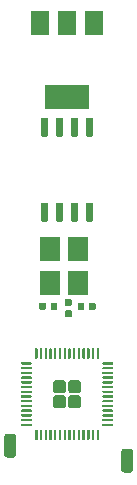
<source format=gbr>
G04 #@! TF.GenerationSoftware,KiCad,Pcbnew,5.1.5+dfsg1-2build2*
G04 #@! TF.CreationDate,2023-02-09T08:11:11+00:00*
G04 #@! TF.ProjectId,video-ram-replacement,76696465-6f2d-4726-916d-2d7265706c61,rev?*
G04 #@! TF.SameCoordinates,Original*
G04 #@! TF.FileFunction,Paste,Top*
G04 #@! TF.FilePolarity,Positive*
%FSLAX46Y46*%
G04 Gerber Fmt 4.6, Leading zero omitted, Abs format (unit mm)*
G04 Created by KiCad (PCBNEW 5.1.5+dfsg1-2build2) date 2023-02-09 08:11:11*
%MOMM*%
%LPD*%
G04 APERTURE LIST*
%ADD10C,0.150000*%
%ADD11R,1.500000X2.000000*%
%ADD12R,3.800000X2.000000*%
%ADD13R,1.800000X2.100000*%
G04 APERTURE END LIST*
D10*
G36*
X178836504Y-158640204D02*
G01*
X178860773Y-158643804D01*
X178884571Y-158649765D01*
X178907671Y-158658030D01*
X178929849Y-158668520D01*
X178950893Y-158681133D01*
X178970598Y-158695747D01*
X178988777Y-158712223D01*
X179005253Y-158730402D01*
X179019867Y-158750107D01*
X179032480Y-158771151D01*
X179042970Y-158793329D01*
X179051235Y-158816429D01*
X179057196Y-158840227D01*
X179060796Y-158864496D01*
X179062000Y-158889000D01*
X179062000Y-160389000D01*
X179060796Y-160413504D01*
X179057196Y-160437773D01*
X179051235Y-160461571D01*
X179042970Y-160484671D01*
X179032480Y-160506849D01*
X179019867Y-160527893D01*
X179005253Y-160547598D01*
X178988777Y-160565777D01*
X178970598Y-160582253D01*
X178950893Y-160596867D01*
X178929849Y-160609480D01*
X178907671Y-160619970D01*
X178884571Y-160628235D01*
X178860773Y-160634196D01*
X178836504Y-160637796D01*
X178812000Y-160639000D01*
X178312000Y-160639000D01*
X178287496Y-160637796D01*
X178263227Y-160634196D01*
X178239429Y-160628235D01*
X178216329Y-160619970D01*
X178194151Y-160609480D01*
X178173107Y-160596867D01*
X178153402Y-160582253D01*
X178135223Y-160565777D01*
X178118747Y-160547598D01*
X178104133Y-160527893D01*
X178091520Y-160506849D01*
X178081030Y-160484671D01*
X178072765Y-160461571D01*
X178066804Y-160437773D01*
X178063204Y-160413504D01*
X178062000Y-160389000D01*
X178062000Y-158889000D01*
X178063204Y-158864496D01*
X178066804Y-158840227D01*
X178072765Y-158816429D01*
X178081030Y-158793329D01*
X178091520Y-158771151D01*
X178104133Y-158750107D01*
X178118747Y-158730402D01*
X178135223Y-158712223D01*
X178153402Y-158695747D01*
X178173107Y-158681133D01*
X178194151Y-158668520D01*
X178216329Y-158658030D01*
X178239429Y-158649765D01*
X178263227Y-158643804D01*
X178287496Y-158640204D01*
X178312000Y-158639000D01*
X178812000Y-158639000D01*
X178836504Y-158640204D01*
G37*
G36*
X188742504Y-159910204D02*
G01*
X188766773Y-159913804D01*
X188790571Y-159919765D01*
X188813671Y-159928030D01*
X188835849Y-159938520D01*
X188856893Y-159951133D01*
X188876598Y-159965747D01*
X188894777Y-159982223D01*
X188911253Y-160000402D01*
X188925867Y-160020107D01*
X188938480Y-160041151D01*
X188948970Y-160063329D01*
X188957235Y-160086429D01*
X188963196Y-160110227D01*
X188966796Y-160134496D01*
X188968000Y-160159000D01*
X188968000Y-161659000D01*
X188966796Y-161683504D01*
X188963196Y-161707773D01*
X188957235Y-161731571D01*
X188948970Y-161754671D01*
X188938480Y-161776849D01*
X188925867Y-161797893D01*
X188911253Y-161817598D01*
X188894777Y-161835777D01*
X188876598Y-161852253D01*
X188856893Y-161866867D01*
X188835849Y-161879480D01*
X188813671Y-161889970D01*
X188790571Y-161898235D01*
X188766773Y-161904196D01*
X188742504Y-161907796D01*
X188718000Y-161909000D01*
X188218000Y-161909000D01*
X188193496Y-161907796D01*
X188169227Y-161904196D01*
X188145429Y-161898235D01*
X188122329Y-161889970D01*
X188100151Y-161879480D01*
X188079107Y-161866867D01*
X188059402Y-161852253D01*
X188041223Y-161835777D01*
X188024747Y-161817598D01*
X188010133Y-161797893D01*
X187997520Y-161776849D01*
X187987030Y-161754671D01*
X187978765Y-161731571D01*
X187972804Y-161707773D01*
X187969204Y-161683504D01*
X187968000Y-161659000D01*
X187968000Y-160159000D01*
X187969204Y-160134496D01*
X187972804Y-160110227D01*
X187978765Y-160086429D01*
X187987030Y-160063329D01*
X187997520Y-160041151D01*
X188010133Y-160020107D01*
X188024747Y-160000402D01*
X188041223Y-159982223D01*
X188059402Y-159965747D01*
X188079107Y-159951133D01*
X188100151Y-159938520D01*
X188122329Y-159928030D01*
X188145429Y-159919765D01*
X188169227Y-159913804D01*
X188193496Y-159910204D01*
X188218000Y-159909000D01*
X188718000Y-159909000D01*
X188742504Y-159910204D01*
G37*
D11*
X185688000Y-123850000D03*
X181088000Y-123850000D03*
X183388000Y-123850000D03*
D12*
X183388000Y-130150000D03*
D10*
G36*
X185457703Y-139071722D02*
G01*
X185472264Y-139073882D01*
X185486543Y-139077459D01*
X185500403Y-139082418D01*
X185513710Y-139088712D01*
X185526336Y-139096280D01*
X185538159Y-139105048D01*
X185549066Y-139114934D01*
X185558952Y-139125841D01*
X185567720Y-139137664D01*
X185575288Y-139150290D01*
X185581582Y-139163597D01*
X185586541Y-139177457D01*
X185590118Y-139191736D01*
X185592278Y-139206297D01*
X185593000Y-139221000D01*
X185593000Y-140521000D01*
X185592278Y-140535703D01*
X185590118Y-140550264D01*
X185586541Y-140564543D01*
X185581582Y-140578403D01*
X185575288Y-140591710D01*
X185567720Y-140604336D01*
X185558952Y-140616159D01*
X185549066Y-140627066D01*
X185538159Y-140636952D01*
X185526336Y-140645720D01*
X185513710Y-140653288D01*
X185500403Y-140659582D01*
X185486543Y-140664541D01*
X185472264Y-140668118D01*
X185457703Y-140670278D01*
X185443000Y-140671000D01*
X185143000Y-140671000D01*
X185128297Y-140670278D01*
X185113736Y-140668118D01*
X185099457Y-140664541D01*
X185085597Y-140659582D01*
X185072290Y-140653288D01*
X185059664Y-140645720D01*
X185047841Y-140636952D01*
X185036934Y-140627066D01*
X185027048Y-140616159D01*
X185018280Y-140604336D01*
X185010712Y-140591710D01*
X185004418Y-140578403D01*
X184999459Y-140564543D01*
X184995882Y-140550264D01*
X184993722Y-140535703D01*
X184993000Y-140521000D01*
X184993000Y-139221000D01*
X184993722Y-139206297D01*
X184995882Y-139191736D01*
X184999459Y-139177457D01*
X185004418Y-139163597D01*
X185010712Y-139150290D01*
X185018280Y-139137664D01*
X185027048Y-139125841D01*
X185036934Y-139114934D01*
X185047841Y-139105048D01*
X185059664Y-139096280D01*
X185072290Y-139088712D01*
X185085597Y-139082418D01*
X185099457Y-139077459D01*
X185113736Y-139073882D01*
X185128297Y-139071722D01*
X185143000Y-139071000D01*
X185443000Y-139071000D01*
X185457703Y-139071722D01*
G37*
G36*
X184187703Y-139071722D02*
G01*
X184202264Y-139073882D01*
X184216543Y-139077459D01*
X184230403Y-139082418D01*
X184243710Y-139088712D01*
X184256336Y-139096280D01*
X184268159Y-139105048D01*
X184279066Y-139114934D01*
X184288952Y-139125841D01*
X184297720Y-139137664D01*
X184305288Y-139150290D01*
X184311582Y-139163597D01*
X184316541Y-139177457D01*
X184320118Y-139191736D01*
X184322278Y-139206297D01*
X184323000Y-139221000D01*
X184323000Y-140521000D01*
X184322278Y-140535703D01*
X184320118Y-140550264D01*
X184316541Y-140564543D01*
X184311582Y-140578403D01*
X184305288Y-140591710D01*
X184297720Y-140604336D01*
X184288952Y-140616159D01*
X184279066Y-140627066D01*
X184268159Y-140636952D01*
X184256336Y-140645720D01*
X184243710Y-140653288D01*
X184230403Y-140659582D01*
X184216543Y-140664541D01*
X184202264Y-140668118D01*
X184187703Y-140670278D01*
X184173000Y-140671000D01*
X183873000Y-140671000D01*
X183858297Y-140670278D01*
X183843736Y-140668118D01*
X183829457Y-140664541D01*
X183815597Y-140659582D01*
X183802290Y-140653288D01*
X183789664Y-140645720D01*
X183777841Y-140636952D01*
X183766934Y-140627066D01*
X183757048Y-140616159D01*
X183748280Y-140604336D01*
X183740712Y-140591710D01*
X183734418Y-140578403D01*
X183729459Y-140564543D01*
X183725882Y-140550264D01*
X183723722Y-140535703D01*
X183723000Y-140521000D01*
X183723000Y-139221000D01*
X183723722Y-139206297D01*
X183725882Y-139191736D01*
X183729459Y-139177457D01*
X183734418Y-139163597D01*
X183740712Y-139150290D01*
X183748280Y-139137664D01*
X183757048Y-139125841D01*
X183766934Y-139114934D01*
X183777841Y-139105048D01*
X183789664Y-139096280D01*
X183802290Y-139088712D01*
X183815597Y-139082418D01*
X183829457Y-139077459D01*
X183843736Y-139073882D01*
X183858297Y-139071722D01*
X183873000Y-139071000D01*
X184173000Y-139071000D01*
X184187703Y-139071722D01*
G37*
G36*
X182917703Y-139071722D02*
G01*
X182932264Y-139073882D01*
X182946543Y-139077459D01*
X182960403Y-139082418D01*
X182973710Y-139088712D01*
X182986336Y-139096280D01*
X182998159Y-139105048D01*
X183009066Y-139114934D01*
X183018952Y-139125841D01*
X183027720Y-139137664D01*
X183035288Y-139150290D01*
X183041582Y-139163597D01*
X183046541Y-139177457D01*
X183050118Y-139191736D01*
X183052278Y-139206297D01*
X183053000Y-139221000D01*
X183053000Y-140521000D01*
X183052278Y-140535703D01*
X183050118Y-140550264D01*
X183046541Y-140564543D01*
X183041582Y-140578403D01*
X183035288Y-140591710D01*
X183027720Y-140604336D01*
X183018952Y-140616159D01*
X183009066Y-140627066D01*
X182998159Y-140636952D01*
X182986336Y-140645720D01*
X182973710Y-140653288D01*
X182960403Y-140659582D01*
X182946543Y-140664541D01*
X182932264Y-140668118D01*
X182917703Y-140670278D01*
X182903000Y-140671000D01*
X182603000Y-140671000D01*
X182588297Y-140670278D01*
X182573736Y-140668118D01*
X182559457Y-140664541D01*
X182545597Y-140659582D01*
X182532290Y-140653288D01*
X182519664Y-140645720D01*
X182507841Y-140636952D01*
X182496934Y-140627066D01*
X182487048Y-140616159D01*
X182478280Y-140604336D01*
X182470712Y-140591710D01*
X182464418Y-140578403D01*
X182459459Y-140564543D01*
X182455882Y-140550264D01*
X182453722Y-140535703D01*
X182453000Y-140521000D01*
X182453000Y-139221000D01*
X182453722Y-139206297D01*
X182455882Y-139191736D01*
X182459459Y-139177457D01*
X182464418Y-139163597D01*
X182470712Y-139150290D01*
X182478280Y-139137664D01*
X182487048Y-139125841D01*
X182496934Y-139114934D01*
X182507841Y-139105048D01*
X182519664Y-139096280D01*
X182532290Y-139088712D01*
X182545597Y-139082418D01*
X182559457Y-139077459D01*
X182573736Y-139073882D01*
X182588297Y-139071722D01*
X182603000Y-139071000D01*
X182903000Y-139071000D01*
X182917703Y-139071722D01*
G37*
G36*
X181647703Y-139071722D02*
G01*
X181662264Y-139073882D01*
X181676543Y-139077459D01*
X181690403Y-139082418D01*
X181703710Y-139088712D01*
X181716336Y-139096280D01*
X181728159Y-139105048D01*
X181739066Y-139114934D01*
X181748952Y-139125841D01*
X181757720Y-139137664D01*
X181765288Y-139150290D01*
X181771582Y-139163597D01*
X181776541Y-139177457D01*
X181780118Y-139191736D01*
X181782278Y-139206297D01*
X181783000Y-139221000D01*
X181783000Y-140521000D01*
X181782278Y-140535703D01*
X181780118Y-140550264D01*
X181776541Y-140564543D01*
X181771582Y-140578403D01*
X181765288Y-140591710D01*
X181757720Y-140604336D01*
X181748952Y-140616159D01*
X181739066Y-140627066D01*
X181728159Y-140636952D01*
X181716336Y-140645720D01*
X181703710Y-140653288D01*
X181690403Y-140659582D01*
X181676543Y-140664541D01*
X181662264Y-140668118D01*
X181647703Y-140670278D01*
X181633000Y-140671000D01*
X181333000Y-140671000D01*
X181318297Y-140670278D01*
X181303736Y-140668118D01*
X181289457Y-140664541D01*
X181275597Y-140659582D01*
X181262290Y-140653288D01*
X181249664Y-140645720D01*
X181237841Y-140636952D01*
X181226934Y-140627066D01*
X181217048Y-140616159D01*
X181208280Y-140604336D01*
X181200712Y-140591710D01*
X181194418Y-140578403D01*
X181189459Y-140564543D01*
X181185882Y-140550264D01*
X181183722Y-140535703D01*
X181183000Y-140521000D01*
X181183000Y-139221000D01*
X181183722Y-139206297D01*
X181185882Y-139191736D01*
X181189459Y-139177457D01*
X181194418Y-139163597D01*
X181200712Y-139150290D01*
X181208280Y-139137664D01*
X181217048Y-139125841D01*
X181226934Y-139114934D01*
X181237841Y-139105048D01*
X181249664Y-139096280D01*
X181262290Y-139088712D01*
X181275597Y-139082418D01*
X181289457Y-139077459D01*
X181303736Y-139073882D01*
X181318297Y-139071722D01*
X181333000Y-139071000D01*
X181633000Y-139071000D01*
X181647703Y-139071722D01*
G37*
G36*
X181647703Y-131871722D02*
G01*
X181662264Y-131873882D01*
X181676543Y-131877459D01*
X181690403Y-131882418D01*
X181703710Y-131888712D01*
X181716336Y-131896280D01*
X181728159Y-131905048D01*
X181739066Y-131914934D01*
X181748952Y-131925841D01*
X181757720Y-131937664D01*
X181765288Y-131950290D01*
X181771582Y-131963597D01*
X181776541Y-131977457D01*
X181780118Y-131991736D01*
X181782278Y-132006297D01*
X181783000Y-132021000D01*
X181783000Y-133321000D01*
X181782278Y-133335703D01*
X181780118Y-133350264D01*
X181776541Y-133364543D01*
X181771582Y-133378403D01*
X181765288Y-133391710D01*
X181757720Y-133404336D01*
X181748952Y-133416159D01*
X181739066Y-133427066D01*
X181728159Y-133436952D01*
X181716336Y-133445720D01*
X181703710Y-133453288D01*
X181690403Y-133459582D01*
X181676543Y-133464541D01*
X181662264Y-133468118D01*
X181647703Y-133470278D01*
X181633000Y-133471000D01*
X181333000Y-133471000D01*
X181318297Y-133470278D01*
X181303736Y-133468118D01*
X181289457Y-133464541D01*
X181275597Y-133459582D01*
X181262290Y-133453288D01*
X181249664Y-133445720D01*
X181237841Y-133436952D01*
X181226934Y-133427066D01*
X181217048Y-133416159D01*
X181208280Y-133404336D01*
X181200712Y-133391710D01*
X181194418Y-133378403D01*
X181189459Y-133364543D01*
X181185882Y-133350264D01*
X181183722Y-133335703D01*
X181183000Y-133321000D01*
X181183000Y-132021000D01*
X181183722Y-132006297D01*
X181185882Y-131991736D01*
X181189459Y-131977457D01*
X181194418Y-131963597D01*
X181200712Y-131950290D01*
X181208280Y-131937664D01*
X181217048Y-131925841D01*
X181226934Y-131914934D01*
X181237841Y-131905048D01*
X181249664Y-131896280D01*
X181262290Y-131888712D01*
X181275597Y-131882418D01*
X181289457Y-131877459D01*
X181303736Y-131873882D01*
X181318297Y-131871722D01*
X181333000Y-131871000D01*
X181633000Y-131871000D01*
X181647703Y-131871722D01*
G37*
G36*
X182917703Y-131871722D02*
G01*
X182932264Y-131873882D01*
X182946543Y-131877459D01*
X182960403Y-131882418D01*
X182973710Y-131888712D01*
X182986336Y-131896280D01*
X182998159Y-131905048D01*
X183009066Y-131914934D01*
X183018952Y-131925841D01*
X183027720Y-131937664D01*
X183035288Y-131950290D01*
X183041582Y-131963597D01*
X183046541Y-131977457D01*
X183050118Y-131991736D01*
X183052278Y-132006297D01*
X183053000Y-132021000D01*
X183053000Y-133321000D01*
X183052278Y-133335703D01*
X183050118Y-133350264D01*
X183046541Y-133364543D01*
X183041582Y-133378403D01*
X183035288Y-133391710D01*
X183027720Y-133404336D01*
X183018952Y-133416159D01*
X183009066Y-133427066D01*
X182998159Y-133436952D01*
X182986336Y-133445720D01*
X182973710Y-133453288D01*
X182960403Y-133459582D01*
X182946543Y-133464541D01*
X182932264Y-133468118D01*
X182917703Y-133470278D01*
X182903000Y-133471000D01*
X182603000Y-133471000D01*
X182588297Y-133470278D01*
X182573736Y-133468118D01*
X182559457Y-133464541D01*
X182545597Y-133459582D01*
X182532290Y-133453288D01*
X182519664Y-133445720D01*
X182507841Y-133436952D01*
X182496934Y-133427066D01*
X182487048Y-133416159D01*
X182478280Y-133404336D01*
X182470712Y-133391710D01*
X182464418Y-133378403D01*
X182459459Y-133364543D01*
X182455882Y-133350264D01*
X182453722Y-133335703D01*
X182453000Y-133321000D01*
X182453000Y-132021000D01*
X182453722Y-132006297D01*
X182455882Y-131991736D01*
X182459459Y-131977457D01*
X182464418Y-131963597D01*
X182470712Y-131950290D01*
X182478280Y-131937664D01*
X182487048Y-131925841D01*
X182496934Y-131914934D01*
X182507841Y-131905048D01*
X182519664Y-131896280D01*
X182532290Y-131888712D01*
X182545597Y-131882418D01*
X182559457Y-131877459D01*
X182573736Y-131873882D01*
X182588297Y-131871722D01*
X182603000Y-131871000D01*
X182903000Y-131871000D01*
X182917703Y-131871722D01*
G37*
G36*
X184187703Y-131871722D02*
G01*
X184202264Y-131873882D01*
X184216543Y-131877459D01*
X184230403Y-131882418D01*
X184243710Y-131888712D01*
X184256336Y-131896280D01*
X184268159Y-131905048D01*
X184279066Y-131914934D01*
X184288952Y-131925841D01*
X184297720Y-131937664D01*
X184305288Y-131950290D01*
X184311582Y-131963597D01*
X184316541Y-131977457D01*
X184320118Y-131991736D01*
X184322278Y-132006297D01*
X184323000Y-132021000D01*
X184323000Y-133321000D01*
X184322278Y-133335703D01*
X184320118Y-133350264D01*
X184316541Y-133364543D01*
X184311582Y-133378403D01*
X184305288Y-133391710D01*
X184297720Y-133404336D01*
X184288952Y-133416159D01*
X184279066Y-133427066D01*
X184268159Y-133436952D01*
X184256336Y-133445720D01*
X184243710Y-133453288D01*
X184230403Y-133459582D01*
X184216543Y-133464541D01*
X184202264Y-133468118D01*
X184187703Y-133470278D01*
X184173000Y-133471000D01*
X183873000Y-133471000D01*
X183858297Y-133470278D01*
X183843736Y-133468118D01*
X183829457Y-133464541D01*
X183815597Y-133459582D01*
X183802290Y-133453288D01*
X183789664Y-133445720D01*
X183777841Y-133436952D01*
X183766934Y-133427066D01*
X183757048Y-133416159D01*
X183748280Y-133404336D01*
X183740712Y-133391710D01*
X183734418Y-133378403D01*
X183729459Y-133364543D01*
X183725882Y-133350264D01*
X183723722Y-133335703D01*
X183723000Y-133321000D01*
X183723000Y-132021000D01*
X183723722Y-132006297D01*
X183725882Y-131991736D01*
X183729459Y-131977457D01*
X183734418Y-131963597D01*
X183740712Y-131950290D01*
X183748280Y-131937664D01*
X183757048Y-131925841D01*
X183766934Y-131914934D01*
X183777841Y-131905048D01*
X183789664Y-131896280D01*
X183802290Y-131888712D01*
X183815597Y-131882418D01*
X183829457Y-131877459D01*
X183843736Y-131873882D01*
X183858297Y-131871722D01*
X183873000Y-131871000D01*
X184173000Y-131871000D01*
X184187703Y-131871722D01*
G37*
G36*
X185457703Y-131871722D02*
G01*
X185472264Y-131873882D01*
X185486543Y-131877459D01*
X185500403Y-131882418D01*
X185513710Y-131888712D01*
X185526336Y-131896280D01*
X185538159Y-131905048D01*
X185549066Y-131914934D01*
X185558952Y-131925841D01*
X185567720Y-131937664D01*
X185575288Y-131950290D01*
X185581582Y-131963597D01*
X185586541Y-131977457D01*
X185590118Y-131991736D01*
X185592278Y-132006297D01*
X185593000Y-132021000D01*
X185593000Y-133321000D01*
X185592278Y-133335703D01*
X185590118Y-133350264D01*
X185586541Y-133364543D01*
X185581582Y-133378403D01*
X185575288Y-133391710D01*
X185567720Y-133404336D01*
X185558952Y-133416159D01*
X185549066Y-133427066D01*
X185538159Y-133436952D01*
X185526336Y-133445720D01*
X185513710Y-133453288D01*
X185500403Y-133459582D01*
X185486543Y-133464541D01*
X185472264Y-133468118D01*
X185457703Y-133470278D01*
X185443000Y-133471000D01*
X185143000Y-133471000D01*
X185128297Y-133470278D01*
X185113736Y-133468118D01*
X185099457Y-133464541D01*
X185085597Y-133459582D01*
X185072290Y-133453288D01*
X185059664Y-133445720D01*
X185047841Y-133436952D01*
X185036934Y-133427066D01*
X185027048Y-133416159D01*
X185018280Y-133404336D01*
X185010712Y-133391710D01*
X185004418Y-133378403D01*
X184999459Y-133364543D01*
X184995882Y-133350264D01*
X184993722Y-133335703D01*
X184993000Y-133321000D01*
X184993000Y-132021000D01*
X184993722Y-132006297D01*
X184995882Y-131991736D01*
X184999459Y-131977457D01*
X185004418Y-131963597D01*
X185010712Y-131950290D01*
X185018280Y-131937664D01*
X185027048Y-131925841D01*
X185036934Y-131914934D01*
X185047841Y-131905048D01*
X185059664Y-131896280D01*
X185072290Y-131888712D01*
X185085597Y-131882418D01*
X185099457Y-131877459D01*
X185113736Y-131873882D01*
X185128297Y-131871722D01*
X185143000Y-131871000D01*
X185443000Y-131871000D01*
X185457703Y-131871722D01*
G37*
G36*
X184342221Y-155366687D02*
G01*
X184366490Y-155370287D01*
X184390288Y-155376248D01*
X184413388Y-155384513D01*
X184435566Y-155395003D01*
X184456610Y-155407616D01*
X184476315Y-155422230D01*
X184494494Y-155438706D01*
X184510970Y-155456885D01*
X184525584Y-155476590D01*
X184538197Y-155497634D01*
X184548687Y-155519812D01*
X184556952Y-155542912D01*
X184562913Y-155566710D01*
X184566513Y-155590979D01*
X184567717Y-155615483D01*
X184567717Y-156199917D01*
X184566513Y-156224421D01*
X184562913Y-156248690D01*
X184556952Y-156272488D01*
X184548687Y-156295588D01*
X184538197Y-156317766D01*
X184525584Y-156338810D01*
X184510970Y-156358515D01*
X184494494Y-156376694D01*
X184476315Y-156393170D01*
X184456610Y-156407784D01*
X184435566Y-156420397D01*
X184413388Y-156430887D01*
X184390288Y-156439152D01*
X184366490Y-156445113D01*
X184342221Y-156448713D01*
X184317717Y-156449917D01*
X183733283Y-156449917D01*
X183708779Y-156448713D01*
X183684510Y-156445113D01*
X183660712Y-156439152D01*
X183637612Y-156430887D01*
X183615434Y-156420397D01*
X183594390Y-156407784D01*
X183574685Y-156393170D01*
X183556506Y-156376694D01*
X183540030Y-156358515D01*
X183525416Y-156338810D01*
X183512803Y-156317766D01*
X183502313Y-156295588D01*
X183494048Y-156272488D01*
X183488087Y-156248690D01*
X183484487Y-156224421D01*
X183483283Y-156199917D01*
X183483283Y-155615483D01*
X183484487Y-155590979D01*
X183488087Y-155566710D01*
X183494048Y-155542912D01*
X183502313Y-155519812D01*
X183512803Y-155497634D01*
X183525416Y-155476590D01*
X183540030Y-155456885D01*
X183556506Y-155438706D01*
X183574685Y-155422230D01*
X183594390Y-155407616D01*
X183615434Y-155395003D01*
X183637612Y-155384513D01*
X183660712Y-155376248D01*
X183684510Y-155370287D01*
X183708779Y-155366687D01*
X183733283Y-155365483D01*
X184317717Y-155365483D01*
X184342221Y-155366687D01*
G37*
G36*
X184342221Y-154091687D02*
G01*
X184366490Y-154095287D01*
X184390288Y-154101248D01*
X184413388Y-154109513D01*
X184435566Y-154120003D01*
X184456610Y-154132616D01*
X184476315Y-154147230D01*
X184494494Y-154163706D01*
X184510970Y-154181885D01*
X184525584Y-154201590D01*
X184538197Y-154222634D01*
X184548687Y-154244812D01*
X184556952Y-154267912D01*
X184562913Y-154291710D01*
X184566513Y-154315979D01*
X184567717Y-154340483D01*
X184567717Y-154924917D01*
X184566513Y-154949421D01*
X184562913Y-154973690D01*
X184556952Y-154997488D01*
X184548687Y-155020588D01*
X184538197Y-155042766D01*
X184525584Y-155063810D01*
X184510970Y-155083515D01*
X184494494Y-155101694D01*
X184476315Y-155118170D01*
X184456610Y-155132784D01*
X184435566Y-155145397D01*
X184413388Y-155155887D01*
X184390288Y-155164152D01*
X184366490Y-155170113D01*
X184342221Y-155173713D01*
X184317717Y-155174917D01*
X183733283Y-155174917D01*
X183708779Y-155173713D01*
X183684510Y-155170113D01*
X183660712Y-155164152D01*
X183637612Y-155155887D01*
X183615434Y-155145397D01*
X183594390Y-155132784D01*
X183574685Y-155118170D01*
X183556506Y-155101694D01*
X183540030Y-155083515D01*
X183525416Y-155063810D01*
X183512803Y-155042766D01*
X183502313Y-155020588D01*
X183494048Y-154997488D01*
X183488087Y-154973690D01*
X183484487Y-154949421D01*
X183483283Y-154924917D01*
X183483283Y-154340483D01*
X183484487Y-154315979D01*
X183488087Y-154291710D01*
X183494048Y-154267912D01*
X183502313Y-154244812D01*
X183512803Y-154222634D01*
X183525416Y-154201590D01*
X183540030Y-154181885D01*
X183556506Y-154163706D01*
X183574685Y-154147230D01*
X183594390Y-154132616D01*
X183615434Y-154120003D01*
X183637612Y-154109513D01*
X183660712Y-154101248D01*
X183684510Y-154095287D01*
X183708779Y-154091687D01*
X183733283Y-154090483D01*
X184317717Y-154090483D01*
X184342221Y-154091687D01*
G37*
G36*
X183067221Y-155366687D02*
G01*
X183091490Y-155370287D01*
X183115288Y-155376248D01*
X183138388Y-155384513D01*
X183160566Y-155395003D01*
X183181610Y-155407616D01*
X183201315Y-155422230D01*
X183219494Y-155438706D01*
X183235970Y-155456885D01*
X183250584Y-155476590D01*
X183263197Y-155497634D01*
X183273687Y-155519812D01*
X183281952Y-155542912D01*
X183287913Y-155566710D01*
X183291513Y-155590979D01*
X183292717Y-155615483D01*
X183292717Y-156199917D01*
X183291513Y-156224421D01*
X183287913Y-156248690D01*
X183281952Y-156272488D01*
X183273687Y-156295588D01*
X183263197Y-156317766D01*
X183250584Y-156338810D01*
X183235970Y-156358515D01*
X183219494Y-156376694D01*
X183201315Y-156393170D01*
X183181610Y-156407784D01*
X183160566Y-156420397D01*
X183138388Y-156430887D01*
X183115288Y-156439152D01*
X183091490Y-156445113D01*
X183067221Y-156448713D01*
X183042717Y-156449917D01*
X182458283Y-156449917D01*
X182433779Y-156448713D01*
X182409510Y-156445113D01*
X182385712Y-156439152D01*
X182362612Y-156430887D01*
X182340434Y-156420397D01*
X182319390Y-156407784D01*
X182299685Y-156393170D01*
X182281506Y-156376694D01*
X182265030Y-156358515D01*
X182250416Y-156338810D01*
X182237803Y-156317766D01*
X182227313Y-156295588D01*
X182219048Y-156272488D01*
X182213087Y-156248690D01*
X182209487Y-156224421D01*
X182208283Y-156199917D01*
X182208283Y-155615483D01*
X182209487Y-155590979D01*
X182213087Y-155566710D01*
X182219048Y-155542912D01*
X182227313Y-155519812D01*
X182237803Y-155497634D01*
X182250416Y-155476590D01*
X182265030Y-155456885D01*
X182281506Y-155438706D01*
X182299685Y-155422230D01*
X182319390Y-155407616D01*
X182340434Y-155395003D01*
X182362612Y-155384513D01*
X182385712Y-155376248D01*
X182409510Y-155370287D01*
X182433779Y-155366687D01*
X182458283Y-155365483D01*
X183042717Y-155365483D01*
X183067221Y-155366687D01*
G37*
G36*
X183067221Y-154091687D02*
G01*
X183091490Y-154095287D01*
X183115288Y-154101248D01*
X183138388Y-154109513D01*
X183160566Y-154120003D01*
X183181610Y-154132616D01*
X183201315Y-154147230D01*
X183219494Y-154163706D01*
X183235970Y-154181885D01*
X183250584Y-154201590D01*
X183263197Y-154222634D01*
X183273687Y-154244812D01*
X183281952Y-154267912D01*
X183287913Y-154291710D01*
X183291513Y-154315979D01*
X183292717Y-154340483D01*
X183292717Y-154924917D01*
X183291513Y-154949421D01*
X183287913Y-154973690D01*
X183281952Y-154997488D01*
X183273687Y-155020588D01*
X183263197Y-155042766D01*
X183250584Y-155063810D01*
X183235970Y-155083515D01*
X183219494Y-155101694D01*
X183201315Y-155118170D01*
X183181610Y-155132784D01*
X183160566Y-155145397D01*
X183138388Y-155155887D01*
X183115288Y-155164152D01*
X183091490Y-155170113D01*
X183067221Y-155173713D01*
X183042717Y-155174917D01*
X182458283Y-155174917D01*
X182433779Y-155173713D01*
X182409510Y-155170113D01*
X182385712Y-155164152D01*
X182362612Y-155155887D01*
X182340434Y-155145397D01*
X182319390Y-155132784D01*
X182299685Y-155118170D01*
X182281506Y-155101694D01*
X182265030Y-155083515D01*
X182250416Y-155063810D01*
X182237803Y-155042766D01*
X182227313Y-155020588D01*
X182219048Y-154997488D01*
X182213087Y-154973690D01*
X182209487Y-154949421D01*
X182208283Y-154924917D01*
X182208283Y-154340483D01*
X182209487Y-154315979D01*
X182213087Y-154291710D01*
X182219048Y-154267912D01*
X182227313Y-154244812D01*
X182237803Y-154222634D01*
X182250416Y-154201590D01*
X182265030Y-154181885D01*
X182281506Y-154163706D01*
X182299685Y-154147230D01*
X182319390Y-154132616D01*
X182340434Y-154120003D01*
X182362612Y-154109513D01*
X182385712Y-154101248D01*
X182409510Y-154095287D01*
X182433779Y-154091687D01*
X182458283Y-154090483D01*
X183042717Y-154090483D01*
X183067221Y-154091687D01*
G37*
G36*
X187217901Y-157770441D02*
G01*
X187222755Y-157771161D01*
X187227514Y-157772353D01*
X187232134Y-157774006D01*
X187236570Y-157776104D01*
X187240779Y-157778627D01*
X187244720Y-157781549D01*
X187248355Y-157784845D01*
X187251651Y-157788480D01*
X187254573Y-157792421D01*
X187257096Y-157796630D01*
X187259194Y-157801066D01*
X187260847Y-157805686D01*
X187262039Y-157810445D01*
X187262759Y-157815299D01*
X187263000Y-157820200D01*
X187263000Y-157920200D01*
X187262759Y-157925101D01*
X187262039Y-157929955D01*
X187260847Y-157934714D01*
X187259194Y-157939334D01*
X187257096Y-157943770D01*
X187254573Y-157947979D01*
X187251651Y-157951920D01*
X187248355Y-157955555D01*
X187244720Y-157958851D01*
X187240779Y-157961773D01*
X187236570Y-157964296D01*
X187232134Y-157966394D01*
X187227514Y-157968047D01*
X187222755Y-157969239D01*
X187217901Y-157969959D01*
X187213000Y-157970200D01*
X186438000Y-157970200D01*
X186433099Y-157969959D01*
X186428245Y-157969239D01*
X186423486Y-157968047D01*
X186418866Y-157966394D01*
X186414430Y-157964296D01*
X186410221Y-157961773D01*
X186406280Y-157958851D01*
X186402645Y-157955555D01*
X186399349Y-157951920D01*
X186396427Y-157947979D01*
X186393904Y-157943770D01*
X186391806Y-157939334D01*
X186390153Y-157934714D01*
X186388961Y-157929955D01*
X186388241Y-157925101D01*
X186388000Y-157920200D01*
X186388000Y-157820200D01*
X186388241Y-157815299D01*
X186388961Y-157810445D01*
X186390153Y-157805686D01*
X186391806Y-157801066D01*
X186393904Y-157796630D01*
X186396427Y-157792421D01*
X186399349Y-157788480D01*
X186402645Y-157784845D01*
X186406280Y-157781549D01*
X186410221Y-157778627D01*
X186414430Y-157776104D01*
X186418866Y-157774006D01*
X186423486Y-157772353D01*
X186428245Y-157771161D01*
X186433099Y-157770441D01*
X186438000Y-157770200D01*
X187213000Y-157770200D01*
X187217901Y-157770441D01*
G37*
G36*
X187217901Y-157370441D02*
G01*
X187222755Y-157371161D01*
X187227514Y-157372353D01*
X187232134Y-157374006D01*
X187236570Y-157376104D01*
X187240779Y-157378627D01*
X187244720Y-157381549D01*
X187248355Y-157384845D01*
X187251651Y-157388480D01*
X187254573Y-157392421D01*
X187257096Y-157396630D01*
X187259194Y-157401066D01*
X187260847Y-157405686D01*
X187262039Y-157410445D01*
X187262759Y-157415299D01*
X187263000Y-157420200D01*
X187263000Y-157520200D01*
X187262759Y-157525101D01*
X187262039Y-157529955D01*
X187260847Y-157534714D01*
X187259194Y-157539334D01*
X187257096Y-157543770D01*
X187254573Y-157547979D01*
X187251651Y-157551920D01*
X187248355Y-157555555D01*
X187244720Y-157558851D01*
X187240779Y-157561773D01*
X187236570Y-157564296D01*
X187232134Y-157566394D01*
X187227514Y-157568047D01*
X187222755Y-157569239D01*
X187217901Y-157569959D01*
X187213000Y-157570200D01*
X186438000Y-157570200D01*
X186433099Y-157569959D01*
X186428245Y-157569239D01*
X186423486Y-157568047D01*
X186418866Y-157566394D01*
X186414430Y-157564296D01*
X186410221Y-157561773D01*
X186406280Y-157558851D01*
X186402645Y-157555555D01*
X186399349Y-157551920D01*
X186396427Y-157547979D01*
X186393904Y-157543770D01*
X186391806Y-157539334D01*
X186390153Y-157534714D01*
X186388961Y-157529955D01*
X186388241Y-157525101D01*
X186388000Y-157520200D01*
X186388000Y-157420200D01*
X186388241Y-157415299D01*
X186388961Y-157410445D01*
X186390153Y-157405686D01*
X186391806Y-157401066D01*
X186393904Y-157396630D01*
X186396427Y-157392421D01*
X186399349Y-157388480D01*
X186402645Y-157384845D01*
X186406280Y-157381549D01*
X186410221Y-157378627D01*
X186414430Y-157376104D01*
X186418866Y-157374006D01*
X186423486Y-157372353D01*
X186428245Y-157371161D01*
X186433099Y-157370441D01*
X186438000Y-157370200D01*
X187213000Y-157370200D01*
X187217901Y-157370441D01*
G37*
G36*
X187217901Y-156970441D02*
G01*
X187222755Y-156971161D01*
X187227514Y-156972353D01*
X187232134Y-156974006D01*
X187236570Y-156976104D01*
X187240779Y-156978627D01*
X187244720Y-156981549D01*
X187248355Y-156984845D01*
X187251651Y-156988480D01*
X187254573Y-156992421D01*
X187257096Y-156996630D01*
X187259194Y-157001066D01*
X187260847Y-157005686D01*
X187262039Y-157010445D01*
X187262759Y-157015299D01*
X187263000Y-157020200D01*
X187263000Y-157120200D01*
X187262759Y-157125101D01*
X187262039Y-157129955D01*
X187260847Y-157134714D01*
X187259194Y-157139334D01*
X187257096Y-157143770D01*
X187254573Y-157147979D01*
X187251651Y-157151920D01*
X187248355Y-157155555D01*
X187244720Y-157158851D01*
X187240779Y-157161773D01*
X187236570Y-157164296D01*
X187232134Y-157166394D01*
X187227514Y-157168047D01*
X187222755Y-157169239D01*
X187217901Y-157169959D01*
X187213000Y-157170200D01*
X186438000Y-157170200D01*
X186433099Y-157169959D01*
X186428245Y-157169239D01*
X186423486Y-157168047D01*
X186418866Y-157166394D01*
X186414430Y-157164296D01*
X186410221Y-157161773D01*
X186406280Y-157158851D01*
X186402645Y-157155555D01*
X186399349Y-157151920D01*
X186396427Y-157147979D01*
X186393904Y-157143770D01*
X186391806Y-157139334D01*
X186390153Y-157134714D01*
X186388961Y-157129955D01*
X186388241Y-157125101D01*
X186388000Y-157120200D01*
X186388000Y-157020200D01*
X186388241Y-157015299D01*
X186388961Y-157010445D01*
X186390153Y-157005686D01*
X186391806Y-157001066D01*
X186393904Y-156996630D01*
X186396427Y-156992421D01*
X186399349Y-156988480D01*
X186402645Y-156984845D01*
X186406280Y-156981549D01*
X186410221Y-156978627D01*
X186414430Y-156976104D01*
X186418866Y-156974006D01*
X186423486Y-156972353D01*
X186428245Y-156971161D01*
X186433099Y-156970441D01*
X186438000Y-156970200D01*
X187213000Y-156970200D01*
X187217901Y-156970441D01*
G37*
G36*
X187217901Y-156570441D02*
G01*
X187222755Y-156571161D01*
X187227514Y-156572353D01*
X187232134Y-156574006D01*
X187236570Y-156576104D01*
X187240779Y-156578627D01*
X187244720Y-156581549D01*
X187248355Y-156584845D01*
X187251651Y-156588480D01*
X187254573Y-156592421D01*
X187257096Y-156596630D01*
X187259194Y-156601066D01*
X187260847Y-156605686D01*
X187262039Y-156610445D01*
X187262759Y-156615299D01*
X187263000Y-156620200D01*
X187263000Y-156720200D01*
X187262759Y-156725101D01*
X187262039Y-156729955D01*
X187260847Y-156734714D01*
X187259194Y-156739334D01*
X187257096Y-156743770D01*
X187254573Y-156747979D01*
X187251651Y-156751920D01*
X187248355Y-156755555D01*
X187244720Y-156758851D01*
X187240779Y-156761773D01*
X187236570Y-156764296D01*
X187232134Y-156766394D01*
X187227514Y-156768047D01*
X187222755Y-156769239D01*
X187217901Y-156769959D01*
X187213000Y-156770200D01*
X186438000Y-156770200D01*
X186433099Y-156769959D01*
X186428245Y-156769239D01*
X186423486Y-156768047D01*
X186418866Y-156766394D01*
X186414430Y-156764296D01*
X186410221Y-156761773D01*
X186406280Y-156758851D01*
X186402645Y-156755555D01*
X186399349Y-156751920D01*
X186396427Y-156747979D01*
X186393904Y-156743770D01*
X186391806Y-156739334D01*
X186390153Y-156734714D01*
X186388961Y-156729955D01*
X186388241Y-156725101D01*
X186388000Y-156720200D01*
X186388000Y-156620200D01*
X186388241Y-156615299D01*
X186388961Y-156610445D01*
X186390153Y-156605686D01*
X186391806Y-156601066D01*
X186393904Y-156596630D01*
X186396427Y-156592421D01*
X186399349Y-156588480D01*
X186402645Y-156584845D01*
X186406280Y-156581549D01*
X186410221Y-156578627D01*
X186414430Y-156576104D01*
X186418866Y-156574006D01*
X186423486Y-156572353D01*
X186428245Y-156571161D01*
X186433099Y-156570441D01*
X186438000Y-156570200D01*
X187213000Y-156570200D01*
X187217901Y-156570441D01*
G37*
G36*
X187217901Y-156170441D02*
G01*
X187222755Y-156171161D01*
X187227514Y-156172353D01*
X187232134Y-156174006D01*
X187236570Y-156176104D01*
X187240779Y-156178627D01*
X187244720Y-156181549D01*
X187248355Y-156184845D01*
X187251651Y-156188480D01*
X187254573Y-156192421D01*
X187257096Y-156196630D01*
X187259194Y-156201066D01*
X187260847Y-156205686D01*
X187262039Y-156210445D01*
X187262759Y-156215299D01*
X187263000Y-156220200D01*
X187263000Y-156320200D01*
X187262759Y-156325101D01*
X187262039Y-156329955D01*
X187260847Y-156334714D01*
X187259194Y-156339334D01*
X187257096Y-156343770D01*
X187254573Y-156347979D01*
X187251651Y-156351920D01*
X187248355Y-156355555D01*
X187244720Y-156358851D01*
X187240779Y-156361773D01*
X187236570Y-156364296D01*
X187232134Y-156366394D01*
X187227514Y-156368047D01*
X187222755Y-156369239D01*
X187217901Y-156369959D01*
X187213000Y-156370200D01*
X186438000Y-156370200D01*
X186433099Y-156369959D01*
X186428245Y-156369239D01*
X186423486Y-156368047D01*
X186418866Y-156366394D01*
X186414430Y-156364296D01*
X186410221Y-156361773D01*
X186406280Y-156358851D01*
X186402645Y-156355555D01*
X186399349Y-156351920D01*
X186396427Y-156347979D01*
X186393904Y-156343770D01*
X186391806Y-156339334D01*
X186390153Y-156334714D01*
X186388961Y-156329955D01*
X186388241Y-156325101D01*
X186388000Y-156320200D01*
X186388000Y-156220200D01*
X186388241Y-156215299D01*
X186388961Y-156210445D01*
X186390153Y-156205686D01*
X186391806Y-156201066D01*
X186393904Y-156196630D01*
X186396427Y-156192421D01*
X186399349Y-156188480D01*
X186402645Y-156184845D01*
X186406280Y-156181549D01*
X186410221Y-156178627D01*
X186414430Y-156176104D01*
X186418866Y-156174006D01*
X186423486Y-156172353D01*
X186428245Y-156171161D01*
X186433099Y-156170441D01*
X186438000Y-156170200D01*
X187213000Y-156170200D01*
X187217901Y-156170441D01*
G37*
G36*
X187217901Y-155770441D02*
G01*
X187222755Y-155771161D01*
X187227514Y-155772353D01*
X187232134Y-155774006D01*
X187236570Y-155776104D01*
X187240779Y-155778627D01*
X187244720Y-155781549D01*
X187248355Y-155784845D01*
X187251651Y-155788480D01*
X187254573Y-155792421D01*
X187257096Y-155796630D01*
X187259194Y-155801066D01*
X187260847Y-155805686D01*
X187262039Y-155810445D01*
X187262759Y-155815299D01*
X187263000Y-155820200D01*
X187263000Y-155920200D01*
X187262759Y-155925101D01*
X187262039Y-155929955D01*
X187260847Y-155934714D01*
X187259194Y-155939334D01*
X187257096Y-155943770D01*
X187254573Y-155947979D01*
X187251651Y-155951920D01*
X187248355Y-155955555D01*
X187244720Y-155958851D01*
X187240779Y-155961773D01*
X187236570Y-155964296D01*
X187232134Y-155966394D01*
X187227514Y-155968047D01*
X187222755Y-155969239D01*
X187217901Y-155969959D01*
X187213000Y-155970200D01*
X186438000Y-155970200D01*
X186433099Y-155969959D01*
X186428245Y-155969239D01*
X186423486Y-155968047D01*
X186418866Y-155966394D01*
X186414430Y-155964296D01*
X186410221Y-155961773D01*
X186406280Y-155958851D01*
X186402645Y-155955555D01*
X186399349Y-155951920D01*
X186396427Y-155947979D01*
X186393904Y-155943770D01*
X186391806Y-155939334D01*
X186390153Y-155934714D01*
X186388961Y-155929955D01*
X186388241Y-155925101D01*
X186388000Y-155920200D01*
X186388000Y-155820200D01*
X186388241Y-155815299D01*
X186388961Y-155810445D01*
X186390153Y-155805686D01*
X186391806Y-155801066D01*
X186393904Y-155796630D01*
X186396427Y-155792421D01*
X186399349Y-155788480D01*
X186402645Y-155784845D01*
X186406280Y-155781549D01*
X186410221Y-155778627D01*
X186414430Y-155776104D01*
X186418866Y-155774006D01*
X186423486Y-155772353D01*
X186428245Y-155771161D01*
X186433099Y-155770441D01*
X186438000Y-155770200D01*
X187213000Y-155770200D01*
X187217901Y-155770441D01*
G37*
G36*
X187217901Y-155370441D02*
G01*
X187222755Y-155371161D01*
X187227514Y-155372353D01*
X187232134Y-155374006D01*
X187236570Y-155376104D01*
X187240779Y-155378627D01*
X187244720Y-155381549D01*
X187248355Y-155384845D01*
X187251651Y-155388480D01*
X187254573Y-155392421D01*
X187257096Y-155396630D01*
X187259194Y-155401066D01*
X187260847Y-155405686D01*
X187262039Y-155410445D01*
X187262759Y-155415299D01*
X187263000Y-155420200D01*
X187263000Y-155520200D01*
X187262759Y-155525101D01*
X187262039Y-155529955D01*
X187260847Y-155534714D01*
X187259194Y-155539334D01*
X187257096Y-155543770D01*
X187254573Y-155547979D01*
X187251651Y-155551920D01*
X187248355Y-155555555D01*
X187244720Y-155558851D01*
X187240779Y-155561773D01*
X187236570Y-155564296D01*
X187232134Y-155566394D01*
X187227514Y-155568047D01*
X187222755Y-155569239D01*
X187217901Y-155569959D01*
X187213000Y-155570200D01*
X186438000Y-155570200D01*
X186433099Y-155569959D01*
X186428245Y-155569239D01*
X186423486Y-155568047D01*
X186418866Y-155566394D01*
X186414430Y-155564296D01*
X186410221Y-155561773D01*
X186406280Y-155558851D01*
X186402645Y-155555555D01*
X186399349Y-155551920D01*
X186396427Y-155547979D01*
X186393904Y-155543770D01*
X186391806Y-155539334D01*
X186390153Y-155534714D01*
X186388961Y-155529955D01*
X186388241Y-155525101D01*
X186388000Y-155520200D01*
X186388000Y-155420200D01*
X186388241Y-155415299D01*
X186388961Y-155410445D01*
X186390153Y-155405686D01*
X186391806Y-155401066D01*
X186393904Y-155396630D01*
X186396427Y-155392421D01*
X186399349Y-155388480D01*
X186402645Y-155384845D01*
X186406280Y-155381549D01*
X186410221Y-155378627D01*
X186414430Y-155376104D01*
X186418866Y-155374006D01*
X186423486Y-155372353D01*
X186428245Y-155371161D01*
X186433099Y-155370441D01*
X186438000Y-155370200D01*
X187213000Y-155370200D01*
X187217901Y-155370441D01*
G37*
G36*
X187217901Y-154970441D02*
G01*
X187222755Y-154971161D01*
X187227514Y-154972353D01*
X187232134Y-154974006D01*
X187236570Y-154976104D01*
X187240779Y-154978627D01*
X187244720Y-154981549D01*
X187248355Y-154984845D01*
X187251651Y-154988480D01*
X187254573Y-154992421D01*
X187257096Y-154996630D01*
X187259194Y-155001066D01*
X187260847Y-155005686D01*
X187262039Y-155010445D01*
X187262759Y-155015299D01*
X187263000Y-155020200D01*
X187263000Y-155120200D01*
X187262759Y-155125101D01*
X187262039Y-155129955D01*
X187260847Y-155134714D01*
X187259194Y-155139334D01*
X187257096Y-155143770D01*
X187254573Y-155147979D01*
X187251651Y-155151920D01*
X187248355Y-155155555D01*
X187244720Y-155158851D01*
X187240779Y-155161773D01*
X187236570Y-155164296D01*
X187232134Y-155166394D01*
X187227514Y-155168047D01*
X187222755Y-155169239D01*
X187217901Y-155169959D01*
X187213000Y-155170200D01*
X186438000Y-155170200D01*
X186433099Y-155169959D01*
X186428245Y-155169239D01*
X186423486Y-155168047D01*
X186418866Y-155166394D01*
X186414430Y-155164296D01*
X186410221Y-155161773D01*
X186406280Y-155158851D01*
X186402645Y-155155555D01*
X186399349Y-155151920D01*
X186396427Y-155147979D01*
X186393904Y-155143770D01*
X186391806Y-155139334D01*
X186390153Y-155134714D01*
X186388961Y-155129955D01*
X186388241Y-155125101D01*
X186388000Y-155120200D01*
X186388000Y-155020200D01*
X186388241Y-155015299D01*
X186388961Y-155010445D01*
X186390153Y-155005686D01*
X186391806Y-155001066D01*
X186393904Y-154996630D01*
X186396427Y-154992421D01*
X186399349Y-154988480D01*
X186402645Y-154984845D01*
X186406280Y-154981549D01*
X186410221Y-154978627D01*
X186414430Y-154976104D01*
X186418866Y-154974006D01*
X186423486Y-154972353D01*
X186428245Y-154971161D01*
X186433099Y-154970441D01*
X186438000Y-154970200D01*
X187213000Y-154970200D01*
X187217901Y-154970441D01*
G37*
G36*
X187217901Y-154570441D02*
G01*
X187222755Y-154571161D01*
X187227514Y-154572353D01*
X187232134Y-154574006D01*
X187236570Y-154576104D01*
X187240779Y-154578627D01*
X187244720Y-154581549D01*
X187248355Y-154584845D01*
X187251651Y-154588480D01*
X187254573Y-154592421D01*
X187257096Y-154596630D01*
X187259194Y-154601066D01*
X187260847Y-154605686D01*
X187262039Y-154610445D01*
X187262759Y-154615299D01*
X187263000Y-154620200D01*
X187263000Y-154720200D01*
X187262759Y-154725101D01*
X187262039Y-154729955D01*
X187260847Y-154734714D01*
X187259194Y-154739334D01*
X187257096Y-154743770D01*
X187254573Y-154747979D01*
X187251651Y-154751920D01*
X187248355Y-154755555D01*
X187244720Y-154758851D01*
X187240779Y-154761773D01*
X187236570Y-154764296D01*
X187232134Y-154766394D01*
X187227514Y-154768047D01*
X187222755Y-154769239D01*
X187217901Y-154769959D01*
X187213000Y-154770200D01*
X186438000Y-154770200D01*
X186433099Y-154769959D01*
X186428245Y-154769239D01*
X186423486Y-154768047D01*
X186418866Y-154766394D01*
X186414430Y-154764296D01*
X186410221Y-154761773D01*
X186406280Y-154758851D01*
X186402645Y-154755555D01*
X186399349Y-154751920D01*
X186396427Y-154747979D01*
X186393904Y-154743770D01*
X186391806Y-154739334D01*
X186390153Y-154734714D01*
X186388961Y-154729955D01*
X186388241Y-154725101D01*
X186388000Y-154720200D01*
X186388000Y-154620200D01*
X186388241Y-154615299D01*
X186388961Y-154610445D01*
X186390153Y-154605686D01*
X186391806Y-154601066D01*
X186393904Y-154596630D01*
X186396427Y-154592421D01*
X186399349Y-154588480D01*
X186402645Y-154584845D01*
X186406280Y-154581549D01*
X186410221Y-154578627D01*
X186414430Y-154576104D01*
X186418866Y-154574006D01*
X186423486Y-154572353D01*
X186428245Y-154571161D01*
X186433099Y-154570441D01*
X186438000Y-154570200D01*
X187213000Y-154570200D01*
X187217901Y-154570441D01*
G37*
G36*
X187217901Y-154170441D02*
G01*
X187222755Y-154171161D01*
X187227514Y-154172353D01*
X187232134Y-154174006D01*
X187236570Y-154176104D01*
X187240779Y-154178627D01*
X187244720Y-154181549D01*
X187248355Y-154184845D01*
X187251651Y-154188480D01*
X187254573Y-154192421D01*
X187257096Y-154196630D01*
X187259194Y-154201066D01*
X187260847Y-154205686D01*
X187262039Y-154210445D01*
X187262759Y-154215299D01*
X187263000Y-154220200D01*
X187263000Y-154320200D01*
X187262759Y-154325101D01*
X187262039Y-154329955D01*
X187260847Y-154334714D01*
X187259194Y-154339334D01*
X187257096Y-154343770D01*
X187254573Y-154347979D01*
X187251651Y-154351920D01*
X187248355Y-154355555D01*
X187244720Y-154358851D01*
X187240779Y-154361773D01*
X187236570Y-154364296D01*
X187232134Y-154366394D01*
X187227514Y-154368047D01*
X187222755Y-154369239D01*
X187217901Y-154369959D01*
X187213000Y-154370200D01*
X186438000Y-154370200D01*
X186433099Y-154369959D01*
X186428245Y-154369239D01*
X186423486Y-154368047D01*
X186418866Y-154366394D01*
X186414430Y-154364296D01*
X186410221Y-154361773D01*
X186406280Y-154358851D01*
X186402645Y-154355555D01*
X186399349Y-154351920D01*
X186396427Y-154347979D01*
X186393904Y-154343770D01*
X186391806Y-154339334D01*
X186390153Y-154334714D01*
X186388961Y-154329955D01*
X186388241Y-154325101D01*
X186388000Y-154320200D01*
X186388000Y-154220200D01*
X186388241Y-154215299D01*
X186388961Y-154210445D01*
X186390153Y-154205686D01*
X186391806Y-154201066D01*
X186393904Y-154196630D01*
X186396427Y-154192421D01*
X186399349Y-154188480D01*
X186402645Y-154184845D01*
X186406280Y-154181549D01*
X186410221Y-154178627D01*
X186414430Y-154176104D01*
X186418866Y-154174006D01*
X186423486Y-154172353D01*
X186428245Y-154171161D01*
X186433099Y-154170441D01*
X186438000Y-154170200D01*
X187213000Y-154170200D01*
X187217901Y-154170441D01*
G37*
G36*
X187217901Y-153770441D02*
G01*
X187222755Y-153771161D01*
X187227514Y-153772353D01*
X187232134Y-153774006D01*
X187236570Y-153776104D01*
X187240779Y-153778627D01*
X187244720Y-153781549D01*
X187248355Y-153784845D01*
X187251651Y-153788480D01*
X187254573Y-153792421D01*
X187257096Y-153796630D01*
X187259194Y-153801066D01*
X187260847Y-153805686D01*
X187262039Y-153810445D01*
X187262759Y-153815299D01*
X187263000Y-153820200D01*
X187263000Y-153920200D01*
X187262759Y-153925101D01*
X187262039Y-153929955D01*
X187260847Y-153934714D01*
X187259194Y-153939334D01*
X187257096Y-153943770D01*
X187254573Y-153947979D01*
X187251651Y-153951920D01*
X187248355Y-153955555D01*
X187244720Y-153958851D01*
X187240779Y-153961773D01*
X187236570Y-153964296D01*
X187232134Y-153966394D01*
X187227514Y-153968047D01*
X187222755Y-153969239D01*
X187217901Y-153969959D01*
X187213000Y-153970200D01*
X186438000Y-153970200D01*
X186433099Y-153969959D01*
X186428245Y-153969239D01*
X186423486Y-153968047D01*
X186418866Y-153966394D01*
X186414430Y-153964296D01*
X186410221Y-153961773D01*
X186406280Y-153958851D01*
X186402645Y-153955555D01*
X186399349Y-153951920D01*
X186396427Y-153947979D01*
X186393904Y-153943770D01*
X186391806Y-153939334D01*
X186390153Y-153934714D01*
X186388961Y-153929955D01*
X186388241Y-153925101D01*
X186388000Y-153920200D01*
X186388000Y-153820200D01*
X186388241Y-153815299D01*
X186388961Y-153810445D01*
X186390153Y-153805686D01*
X186391806Y-153801066D01*
X186393904Y-153796630D01*
X186396427Y-153792421D01*
X186399349Y-153788480D01*
X186402645Y-153784845D01*
X186406280Y-153781549D01*
X186410221Y-153778627D01*
X186414430Y-153776104D01*
X186418866Y-153774006D01*
X186423486Y-153772353D01*
X186428245Y-153771161D01*
X186433099Y-153770441D01*
X186438000Y-153770200D01*
X187213000Y-153770200D01*
X187217901Y-153770441D01*
G37*
G36*
X187217901Y-153370441D02*
G01*
X187222755Y-153371161D01*
X187227514Y-153372353D01*
X187232134Y-153374006D01*
X187236570Y-153376104D01*
X187240779Y-153378627D01*
X187244720Y-153381549D01*
X187248355Y-153384845D01*
X187251651Y-153388480D01*
X187254573Y-153392421D01*
X187257096Y-153396630D01*
X187259194Y-153401066D01*
X187260847Y-153405686D01*
X187262039Y-153410445D01*
X187262759Y-153415299D01*
X187263000Y-153420200D01*
X187263000Y-153520200D01*
X187262759Y-153525101D01*
X187262039Y-153529955D01*
X187260847Y-153534714D01*
X187259194Y-153539334D01*
X187257096Y-153543770D01*
X187254573Y-153547979D01*
X187251651Y-153551920D01*
X187248355Y-153555555D01*
X187244720Y-153558851D01*
X187240779Y-153561773D01*
X187236570Y-153564296D01*
X187232134Y-153566394D01*
X187227514Y-153568047D01*
X187222755Y-153569239D01*
X187217901Y-153569959D01*
X187213000Y-153570200D01*
X186438000Y-153570200D01*
X186433099Y-153569959D01*
X186428245Y-153569239D01*
X186423486Y-153568047D01*
X186418866Y-153566394D01*
X186414430Y-153564296D01*
X186410221Y-153561773D01*
X186406280Y-153558851D01*
X186402645Y-153555555D01*
X186399349Y-153551920D01*
X186396427Y-153547979D01*
X186393904Y-153543770D01*
X186391806Y-153539334D01*
X186390153Y-153534714D01*
X186388961Y-153529955D01*
X186388241Y-153525101D01*
X186388000Y-153520200D01*
X186388000Y-153420200D01*
X186388241Y-153415299D01*
X186388961Y-153410445D01*
X186390153Y-153405686D01*
X186391806Y-153401066D01*
X186393904Y-153396630D01*
X186396427Y-153392421D01*
X186399349Y-153388480D01*
X186402645Y-153384845D01*
X186406280Y-153381549D01*
X186410221Y-153378627D01*
X186414430Y-153376104D01*
X186418866Y-153374006D01*
X186423486Y-153372353D01*
X186428245Y-153371161D01*
X186433099Y-153370441D01*
X186438000Y-153370200D01*
X187213000Y-153370200D01*
X187217901Y-153370441D01*
G37*
G36*
X187217901Y-152970441D02*
G01*
X187222755Y-152971161D01*
X187227514Y-152972353D01*
X187232134Y-152974006D01*
X187236570Y-152976104D01*
X187240779Y-152978627D01*
X187244720Y-152981549D01*
X187248355Y-152984845D01*
X187251651Y-152988480D01*
X187254573Y-152992421D01*
X187257096Y-152996630D01*
X187259194Y-153001066D01*
X187260847Y-153005686D01*
X187262039Y-153010445D01*
X187262759Y-153015299D01*
X187263000Y-153020200D01*
X187263000Y-153120200D01*
X187262759Y-153125101D01*
X187262039Y-153129955D01*
X187260847Y-153134714D01*
X187259194Y-153139334D01*
X187257096Y-153143770D01*
X187254573Y-153147979D01*
X187251651Y-153151920D01*
X187248355Y-153155555D01*
X187244720Y-153158851D01*
X187240779Y-153161773D01*
X187236570Y-153164296D01*
X187232134Y-153166394D01*
X187227514Y-153168047D01*
X187222755Y-153169239D01*
X187217901Y-153169959D01*
X187213000Y-153170200D01*
X186438000Y-153170200D01*
X186433099Y-153169959D01*
X186428245Y-153169239D01*
X186423486Y-153168047D01*
X186418866Y-153166394D01*
X186414430Y-153164296D01*
X186410221Y-153161773D01*
X186406280Y-153158851D01*
X186402645Y-153155555D01*
X186399349Y-153151920D01*
X186396427Y-153147979D01*
X186393904Y-153143770D01*
X186391806Y-153139334D01*
X186390153Y-153134714D01*
X186388961Y-153129955D01*
X186388241Y-153125101D01*
X186388000Y-153120200D01*
X186388000Y-153020200D01*
X186388241Y-153015299D01*
X186388961Y-153010445D01*
X186390153Y-153005686D01*
X186391806Y-153001066D01*
X186393904Y-152996630D01*
X186396427Y-152992421D01*
X186399349Y-152988480D01*
X186402645Y-152984845D01*
X186406280Y-152981549D01*
X186410221Y-152978627D01*
X186414430Y-152976104D01*
X186418866Y-152974006D01*
X186423486Y-152972353D01*
X186428245Y-152971161D01*
X186433099Y-152970441D01*
X186438000Y-152970200D01*
X187213000Y-152970200D01*
X187217901Y-152970441D01*
G37*
G36*
X187217901Y-152570441D02*
G01*
X187222755Y-152571161D01*
X187227514Y-152572353D01*
X187232134Y-152574006D01*
X187236570Y-152576104D01*
X187240779Y-152578627D01*
X187244720Y-152581549D01*
X187248355Y-152584845D01*
X187251651Y-152588480D01*
X187254573Y-152592421D01*
X187257096Y-152596630D01*
X187259194Y-152601066D01*
X187260847Y-152605686D01*
X187262039Y-152610445D01*
X187262759Y-152615299D01*
X187263000Y-152620200D01*
X187263000Y-152720200D01*
X187262759Y-152725101D01*
X187262039Y-152729955D01*
X187260847Y-152734714D01*
X187259194Y-152739334D01*
X187257096Y-152743770D01*
X187254573Y-152747979D01*
X187251651Y-152751920D01*
X187248355Y-152755555D01*
X187244720Y-152758851D01*
X187240779Y-152761773D01*
X187236570Y-152764296D01*
X187232134Y-152766394D01*
X187227514Y-152768047D01*
X187222755Y-152769239D01*
X187217901Y-152769959D01*
X187213000Y-152770200D01*
X186438000Y-152770200D01*
X186433099Y-152769959D01*
X186428245Y-152769239D01*
X186423486Y-152768047D01*
X186418866Y-152766394D01*
X186414430Y-152764296D01*
X186410221Y-152761773D01*
X186406280Y-152758851D01*
X186402645Y-152755555D01*
X186399349Y-152751920D01*
X186396427Y-152747979D01*
X186393904Y-152743770D01*
X186391806Y-152739334D01*
X186390153Y-152734714D01*
X186388961Y-152729955D01*
X186388241Y-152725101D01*
X186388000Y-152720200D01*
X186388000Y-152620200D01*
X186388241Y-152615299D01*
X186388961Y-152610445D01*
X186390153Y-152605686D01*
X186391806Y-152601066D01*
X186393904Y-152596630D01*
X186396427Y-152592421D01*
X186399349Y-152588480D01*
X186402645Y-152584845D01*
X186406280Y-152581549D01*
X186410221Y-152578627D01*
X186414430Y-152576104D01*
X186418866Y-152574006D01*
X186423486Y-152572353D01*
X186428245Y-152571161D01*
X186433099Y-152570441D01*
X186438000Y-152570200D01*
X187213000Y-152570200D01*
X187217901Y-152570441D01*
G37*
G36*
X186042901Y-151395441D02*
G01*
X186047755Y-151396161D01*
X186052514Y-151397353D01*
X186057134Y-151399006D01*
X186061570Y-151401104D01*
X186065779Y-151403627D01*
X186069720Y-151406549D01*
X186073355Y-151409845D01*
X186076651Y-151413480D01*
X186079573Y-151417421D01*
X186082096Y-151421630D01*
X186084194Y-151426066D01*
X186085847Y-151430686D01*
X186087039Y-151435445D01*
X186087759Y-151440299D01*
X186088000Y-151445200D01*
X186088000Y-152220200D01*
X186087759Y-152225101D01*
X186087039Y-152229955D01*
X186085847Y-152234714D01*
X186084194Y-152239334D01*
X186082096Y-152243770D01*
X186079573Y-152247979D01*
X186076651Y-152251920D01*
X186073355Y-152255555D01*
X186069720Y-152258851D01*
X186065779Y-152261773D01*
X186061570Y-152264296D01*
X186057134Y-152266394D01*
X186052514Y-152268047D01*
X186047755Y-152269239D01*
X186042901Y-152269959D01*
X186038000Y-152270200D01*
X185938000Y-152270200D01*
X185933099Y-152269959D01*
X185928245Y-152269239D01*
X185923486Y-152268047D01*
X185918866Y-152266394D01*
X185914430Y-152264296D01*
X185910221Y-152261773D01*
X185906280Y-152258851D01*
X185902645Y-152255555D01*
X185899349Y-152251920D01*
X185896427Y-152247979D01*
X185893904Y-152243770D01*
X185891806Y-152239334D01*
X185890153Y-152234714D01*
X185888961Y-152229955D01*
X185888241Y-152225101D01*
X185888000Y-152220200D01*
X185888000Y-151445200D01*
X185888241Y-151440299D01*
X185888961Y-151435445D01*
X185890153Y-151430686D01*
X185891806Y-151426066D01*
X185893904Y-151421630D01*
X185896427Y-151417421D01*
X185899349Y-151413480D01*
X185902645Y-151409845D01*
X185906280Y-151406549D01*
X185910221Y-151403627D01*
X185914430Y-151401104D01*
X185918866Y-151399006D01*
X185923486Y-151397353D01*
X185928245Y-151396161D01*
X185933099Y-151395441D01*
X185938000Y-151395200D01*
X186038000Y-151395200D01*
X186042901Y-151395441D01*
G37*
G36*
X185642901Y-151395441D02*
G01*
X185647755Y-151396161D01*
X185652514Y-151397353D01*
X185657134Y-151399006D01*
X185661570Y-151401104D01*
X185665779Y-151403627D01*
X185669720Y-151406549D01*
X185673355Y-151409845D01*
X185676651Y-151413480D01*
X185679573Y-151417421D01*
X185682096Y-151421630D01*
X185684194Y-151426066D01*
X185685847Y-151430686D01*
X185687039Y-151435445D01*
X185687759Y-151440299D01*
X185688000Y-151445200D01*
X185688000Y-152220200D01*
X185687759Y-152225101D01*
X185687039Y-152229955D01*
X185685847Y-152234714D01*
X185684194Y-152239334D01*
X185682096Y-152243770D01*
X185679573Y-152247979D01*
X185676651Y-152251920D01*
X185673355Y-152255555D01*
X185669720Y-152258851D01*
X185665779Y-152261773D01*
X185661570Y-152264296D01*
X185657134Y-152266394D01*
X185652514Y-152268047D01*
X185647755Y-152269239D01*
X185642901Y-152269959D01*
X185638000Y-152270200D01*
X185538000Y-152270200D01*
X185533099Y-152269959D01*
X185528245Y-152269239D01*
X185523486Y-152268047D01*
X185518866Y-152266394D01*
X185514430Y-152264296D01*
X185510221Y-152261773D01*
X185506280Y-152258851D01*
X185502645Y-152255555D01*
X185499349Y-152251920D01*
X185496427Y-152247979D01*
X185493904Y-152243770D01*
X185491806Y-152239334D01*
X185490153Y-152234714D01*
X185488961Y-152229955D01*
X185488241Y-152225101D01*
X185488000Y-152220200D01*
X185488000Y-151445200D01*
X185488241Y-151440299D01*
X185488961Y-151435445D01*
X185490153Y-151430686D01*
X185491806Y-151426066D01*
X185493904Y-151421630D01*
X185496427Y-151417421D01*
X185499349Y-151413480D01*
X185502645Y-151409845D01*
X185506280Y-151406549D01*
X185510221Y-151403627D01*
X185514430Y-151401104D01*
X185518866Y-151399006D01*
X185523486Y-151397353D01*
X185528245Y-151396161D01*
X185533099Y-151395441D01*
X185538000Y-151395200D01*
X185638000Y-151395200D01*
X185642901Y-151395441D01*
G37*
G36*
X185242901Y-151395441D02*
G01*
X185247755Y-151396161D01*
X185252514Y-151397353D01*
X185257134Y-151399006D01*
X185261570Y-151401104D01*
X185265779Y-151403627D01*
X185269720Y-151406549D01*
X185273355Y-151409845D01*
X185276651Y-151413480D01*
X185279573Y-151417421D01*
X185282096Y-151421630D01*
X185284194Y-151426066D01*
X185285847Y-151430686D01*
X185287039Y-151435445D01*
X185287759Y-151440299D01*
X185288000Y-151445200D01*
X185288000Y-152220200D01*
X185287759Y-152225101D01*
X185287039Y-152229955D01*
X185285847Y-152234714D01*
X185284194Y-152239334D01*
X185282096Y-152243770D01*
X185279573Y-152247979D01*
X185276651Y-152251920D01*
X185273355Y-152255555D01*
X185269720Y-152258851D01*
X185265779Y-152261773D01*
X185261570Y-152264296D01*
X185257134Y-152266394D01*
X185252514Y-152268047D01*
X185247755Y-152269239D01*
X185242901Y-152269959D01*
X185238000Y-152270200D01*
X185138000Y-152270200D01*
X185133099Y-152269959D01*
X185128245Y-152269239D01*
X185123486Y-152268047D01*
X185118866Y-152266394D01*
X185114430Y-152264296D01*
X185110221Y-152261773D01*
X185106280Y-152258851D01*
X185102645Y-152255555D01*
X185099349Y-152251920D01*
X185096427Y-152247979D01*
X185093904Y-152243770D01*
X185091806Y-152239334D01*
X185090153Y-152234714D01*
X185088961Y-152229955D01*
X185088241Y-152225101D01*
X185088000Y-152220200D01*
X185088000Y-151445200D01*
X185088241Y-151440299D01*
X185088961Y-151435445D01*
X185090153Y-151430686D01*
X185091806Y-151426066D01*
X185093904Y-151421630D01*
X185096427Y-151417421D01*
X185099349Y-151413480D01*
X185102645Y-151409845D01*
X185106280Y-151406549D01*
X185110221Y-151403627D01*
X185114430Y-151401104D01*
X185118866Y-151399006D01*
X185123486Y-151397353D01*
X185128245Y-151396161D01*
X185133099Y-151395441D01*
X185138000Y-151395200D01*
X185238000Y-151395200D01*
X185242901Y-151395441D01*
G37*
G36*
X184842901Y-151395441D02*
G01*
X184847755Y-151396161D01*
X184852514Y-151397353D01*
X184857134Y-151399006D01*
X184861570Y-151401104D01*
X184865779Y-151403627D01*
X184869720Y-151406549D01*
X184873355Y-151409845D01*
X184876651Y-151413480D01*
X184879573Y-151417421D01*
X184882096Y-151421630D01*
X184884194Y-151426066D01*
X184885847Y-151430686D01*
X184887039Y-151435445D01*
X184887759Y-151440299D01*
X184888000Y-151445200D01*
X184888000Y-152220200D01*
X184887759Y-152225101D01*
X184887039Y-152229955D01*
X184885847Y-152234714D01*
X184884194Y-152239334D01*
X184882096Y-152243770D01*
X184879573Y-152247979D01*
X184876651Y-152251920D01*
X184873355Y-152255555D01*
X184869720Y-152258851D01*
X184865779Y-152261773D01*
X184861570Y-152264296D01*
X184857134Y-152266394D01*
X184852514Y-152268047D01*
X184847755Y-152269239D01*
X184842901Y-152269959D01*
X184838000Y-152270200D01*
X184738000Y-152270200D01*
X184733099Y-152269959D01*
X184728245Y-152269239D01*
X184723486Y-152268047D01*
X184718866Y-152266394D01*
X184714430Y-152264296D01*
X184710221Y-152261773D01*
X184706280Y-152258851D01*
X184702645Y-152255555D01*
X184699349Y-152251920D01*
X184696427Y-152247979D01*
X184693904Y-152243770D01*
X184691806Y-152239334D01*
X184690153Y-152234714D01*
X184688961Y-152229955D01*
X184688241Y-152225101D01*
X184688000Y-152220200D01*
X184688000Y-151445200D01*
X184688241Y-151440299D01*
X184688961Y-151435445D01*
X184690153Y-151430686D01*
X184691806Y-151426066D01*
X184693904Y-151421630D01*
X184696427Y-151417421D01*
X184699349Y-151413480D01*
X184702645Y-151409845D01*
X184706280Y-151406549D01*
X184710221Y-151403627D01*
X184714430Y-151401104D01*
X184718866Y-151399006D01*
X184723486Y-151397353D01*
X184728245Y-151396161D01*
X184733099Y-151395441D01*
X184738000Y-151395200D01*
X184838000Y-151395200D01*
X184842901Y-151395441D01*
G37*
G36*
X184442901Y-151395441D02*
G01*
X184447755Y-151396161D01*
X184452514Y-151397353D01*
X184457134Y-151399006D01*
X184461570Y-151401104D01*
X184465779Y-151403627D01*
X184469720Y-151406549D01*
X184473355Y-151409845D01*
X184476651Y-151413480D01*
X184479573Y-151417421D01*
X184482096Y-151421630D01*
X184484194Y-151426066D01*
X184485847Y-151430686D01*
X184487039Y-151435445D01*
X184487759Y-151440299D01*
X184488000Y-151445200D01*
X184488000Y-152220200D01*
X184487759Y-152225101D01*
X184487039Y-152229955D01*
X184485847Y-152234714D01*
X184484194Y-152239334D01*
X184482096Y-152243770D01*
X184479573Y-152247979D01*
X184476651Y-152251920D01*
X184473355Y-152255555D01*
X184469720Y-152258851D01*
X184465779Y-152261773D01*
X184461570Y-152264296D01*
X184457134Y-152266394D01*
X184452514Y-152268047D01*
X184447755Y-152269239D01*
X184442901Y-152269959D01*
X184438000Y-152270200D01*
X184338000Y-152270200D01*
X184333099Y-152269959D01*
X184328245Y-152269239D01*
X184323486Y-152268047D01*
X184318866Y-152266394D01*
X184314430Y-152264296D01*
X184310221Y-152261773D01*
X184306280Y-152258851D01*
X184302645Y-152255555D01*
X184299349Y-152251920D01*
X184296427Y-152247979D01*
X184293904Y-152243770D01*
X184291806Y-152239334D01*
X184290153Y-152234714D01*
X184288961Y-152229955D01*
X184288241Y-152225101D01*
X184288000Y-152220200D01*
X184288000Y-151445200D01*
X184288241Y-151440299D01*
X184288961Y-151435445D01*
X184290153Y-151430686D01*
X184291806Y-151426066D01*
X184293904Y-151421630D01*
X184296427Y-151417421D01*
X184299349Y-151413480D01*
X184302645Y-151409845D01*
X184306280Y-151406549D01*
X184310221Y-151403627D01*
X184314430Y-151401104D01*
X184318866Y-151399006D01*
X184323486Y-151397353D01*
X184328245Y-151396161D01*
X184333099Y-151395441D01*
X184338000Y-151395200D01*
X184438000Y-151395200D01*
X184442901Y-151395441D01*
G37*
G36*
X184042901Y-151395441D02*
G01*
X184047755Y-151396161D01*
X184052514Y-151397353D01*
X184057134Y-151399006D01*
X184061570Y-151401104D01*
X184065779Y-151403627D01*
X184069720Y-151406549D01*
X184073355Y-151409845D01*
X184076651Y-151413480D01*
X184079573Y-151417421D01*
X184082096Y-151421630D01*
X184084194Y-151426066D01*
X184085847Y-151430686D01*
X184087039Y-151435445D01*
X184087759Y-151440299D01*
X184088000Y-151445200D01*
X184088000Y-152220200D01*
X184087759Y-152225101D01*
X184087039Y-152229955D01*
X184085847Y-152234714D01*
X184084194Y-152239334D01*
X184082096Y-152243770D01*
X184079573Y-152247979D01*
X184076651Y-152251920D01*
X184073355Y-152255555D01*
X184069720Y-152258851D01*
X184065779Y-152261773D01*
X184061570Y-152264296D01*
X184057134Y-152266394D01*
X184052514Y-152268047D01*
X184047755Y-152269239D01*
X184042901Y-152269959D01*
X184038000Y-152270200D01*
X183938000Y-152270200D01*
X183933099Y-152269959D01*
X183928245Y-152269239D01*
X183923486Y-152268047D01*
X183918866Y-152266394D01*
X183914430Y-152264296D01*
X183910221Y-152261773D01*
X183906280Y-152258851D01*
X183902645Y-152255555D01*
X183899349Y-152251920D01*
X183896427Y-152247979D01*
X183893904Y-152243770D01*
X183891806Y-152239334D01*
X183890153Y-152234714D01*
X183888961Y-152229955D01*
X183888241Y-152225101D01*
X183888000Y-152220200D01*
X183888000Y-151445200D01*
X183888241Y-151440299D01*
X183888961Y-151435445D01*
X183890153Y-151430686D01*
X183891806Y-151426066D01*
X183893904Y-151421630D01*
X183896427Y-151417421D01*
X183899349Y-151413480D01*
X183902645Y-151409845D01*
X183906280Y-151406549D01*
X183910221Y-151403627D01*
X183914430Y-151401104D01*
X183918866Y-151399006D01*
X183923486Y-151397353D01*
X183928245Y-151396161D01*
X183933099Y-151395441D01*
X183938000Y-151395200D01*
X184038000Y-151395200D01*
X184042901Y-151395441D01*
G37*
G36*
X183642901Y-151395441D02*
G01*
X183647755Y-151396161D01*
X183652514Y-151397353D01*
X183657134Y-151399006D01*
X183661570Y-151401104D01*
X183665779Y-151403627D01*
X183669720Y-151406549D01*
X183673355Y-151409845D01*
X183676651Y-151413480D01*
X183679573Y-151417421D01*
X183682096Y-151421630D01*
X183684194Y-151426066D01*
X183685847Y-151430686D01*
X183687039Y-151435445D01*
X183687759Y-151440299D01*
X183688000Y-151445200D01*
X183688000Y-152220200D01*
X183687759Y-152225101D01*
X183687039Y-152229955D01*
X183685847Y-152234714D01*
X183684194Y-152239334D01*
X183682096Y-152243770D01*
X183679573Y-152247979D01*
X183676651Y-152251920D01*
X183673355Y-152255555D01*
X183669720Y-152258851D01*
X183665779Y-152261773D01*
X183661570Y-152264296D01*
X183657134Y-152266394D01*
X183652514Y-152268047D01*
X183647755Y-152269239D01*
X183642901Y-152269959D01*
X183638000Y-152270200D01*
X183538000Y-152270200D01*
X183533099Y-152269959D01*
X183528245Y-152269239D01*
X183523486Y-152268047D01*
X183518866Y-152266394D01*
X183514430Y-152264296D01*
X183510221Y-152261773D01*
X183506280Y-152258851D01*
X183502645Y-152255555D01*
X183499349Y-152251920D01*
X183496427Y-152247979D01*
X183493904Y-152243770D01*
X183491806Y-152239334D01*
X183490153Y-152234714D01*
X183488961Y-152229955D01*
X183488241Y-152225101D01*
X183488000Y-152220200D01*
X183488000Y-151445200D01*
X183488241Y-151440299D01*
X183488961Y-151435445D01*
X183490153Y-151430686D01*
X183491806Y-151426066D01*
X183493904Y-151421630D01*
X183496427Y-151417421D01*
X183499349Y-151413480D01*
X183502645Y-151409845D01*
X183506280Y-151406549D01*
X183510221Y-151403627D01*
X183514430Y-151401104D01*
X183518866Y-151399006D01*
X183523486Y-151397353D01*
X183528245Y-151396161D01*
X183533099Y-151395441D01*
X183538000Y-151395200D01*
X183638000Y-151395200D01*
X183642901Y-151395441D01*
G37*
G36*
X183242901Y-151395441D02*
G01*
X183247755Y-151396161D01*
X183252514Y-151397353D01*
X183257134Y-151399006D01*
X183261570Y-151401104D01*
X183265779Y-151403627D01*
X183269720Y-151406549D01*
X183273355Y-151409845D01*
X183276651Y-151413480D01*
X183279573Y-151417421D01*
X183282096Y-151421630D01*
X183284194Y-151426066D01*
X183285847Y-151430686D01*
X183287039Y-151435445D01*
X183287759Y-151440299D01*
X183288000Y-151445200D01*
X183288000Y-152220200D01*
X183287759Y-152225101D01*
X183287039Y-152229955D01*
X183285847Y-152234714D01*
X183284194Y-152239334D01*
X183282096Y-152243770D01*
X183279573Y-152247979D01*
X183276651Y-152251920D01*
X183273355Y-152255555D01*
X183269720Y-152258851D01*
X183265779Y-152261773D01*
X183261570Y-152264296D01*
X183257134Y-152266394D01*
X183252514Y-152268047D01*
X183247755Y-152269239D01*
X183242901Y-152269959D01*
X183238000Y-152270200D01*
X183138000Y-152270200D01*
X183133099Y-152269959D01*
X183128245Y-152269239D01*
X183123486Y-152268047D01*
X183118866Y-152266394D01*
X183114430Y-152264296D01*
X183110221Y-152261773D01*
X183106280Y-152258851D01*
X183102645Y-152255555D01*
X183099349Y-152251920D01*
X183096427Y-152247979D01*
X183093904Y-152243770D01*
X183091806Y-152239334D01*
X183090153Y-152234714D01*
X183088961Y-152229955D01*
X183088241Y-152225101D01*
X183088000Y-152220200D01*
X183088000Y-151445200D01*
X183088241Y-151440299D01*
X183088961Y-151435445D01*
X183090153Y-151430686D01*
X183091806Y-151426066D01*
X183093904Y-151421630D01*
X183096427Y-151417421D01*
X183099349Y-151413480D01*
X183102645Y-151409845D01*
X183106280Y-151406549D01*
X183110221Y-151403627D01*
X183114430Y-151401104D01*
X183118866Y-151399006D01*
X183123486Y-151397353D01*
X183128245Y-151396161D01*
X183133099Y-151395441D01*
X183138000Y-151395200D01*
X183238000Y-151395200D01*
X183242901Y-151395441D01*
G37*
G36*
X182842901Y-151395441D02*
G01*
X182847755Y-151396161D01*
X182852514Y-151397353D01*
X182857134Y-151399006D01*
X182861570Y-151401104D01*
X182865779Y-151403627D01*
X182869720Y-151406549D01*
X182873355Y-151409845D01*
X182876651Y-151413480D01*
X182879573Y-151417421D01*
X182882096Y-151421630D01*
X182884194Y-151426066D01*
X182885847Y-151430686D01*
X182887039Y-151435445D01*
X182887759Y-151440299D01*
X182888000Y-151445200D01*
X182888000Y-152220200D01*
X182887759Y-152225101D01*
X182887039Y-152229955D01*
X182885847Y-152234714D01*
X182884194Y-152239334D01*
X182882096Y-152243770D01*
X182879573Y-152247979D01*
X182876651Y-152251920D01*
X182873355Y-152255555D01*
X182869720Y-152258851D01*
X182865779Y-152261773D01*
X182861570Y-152264296D01*
X182857134Y-152266394D01*
X182852514Y-152268047D01*
X182847755Y-152269239D01*
X182842901Y-152269959D01*
X182838000Y-152270200D01*
X182738000Y-152270200D01*
X182733099Y-152269959D01*
X182728245Y-152269239D01*
X182723486Y-152268047D01*
X182718866Y-152266394D01*
X182714430Y-152264296D01*
X182710221Y-152261773D01*
X182706280Y-152258851D01*
X182702645Y-152255555D01*
X182699349Y-152251920D01*
X182696427Y-152247979D01*
X182693904Y-152243770D01*
X182691806Y-152239334D01*
X182690153Y-152234714D01*
X182688961Y-152229955D01*
X182688241Y-152225101D01*
X182688000Y-152220200D01*
X182688000Y-151445200D01*
X182688241Y-151440299D01*
X182688961Y-151435445D01*
X182690153Y-151430686D01*
X182691806Y-151426066D01*
X182693904Y-151421630D01*
X182696427Y-151417421D01*
X182699349Y-151413480D01*
X182702645Y-151409845D01*
X182706280Y-151406549D01*
X182710221Y-151403627D01*
X182714430Y-151401104D01*
X182718866Y-151399006D01*
X182723486Y-151397353D01*
X182728245Y-151396161D01*
X182733099Y-151395441D01*
X182738000Y-151395200D01*
X182838000Y-151395200D01*
X182842901Y-151395441D01*
G37*
G36*
X182442901Y-151395441D02*
G01*
X182447755Y-151396161D01*
X182452514Y-151397353D01*
X182457134Y-151399006D01*
X182461570Y-151401104D01*
X182465779Y-151403627D01*
X182469720Y-151406549D01*
X182473355Y-151409845D01*
X182476651Y-151413480D01*
X182479573Y-151417421D01*
X182482096Y-151421630D01*
X182484194Y-151426066D01*
X182485847Y-151430686D01*
X182487039Y-151435445D01*
X182487759Y-151440299D01*
X182488000Y-151445200D01*
X182488000Y-152220200D01*
X182487759Y-152225101D01*
X182487039Y-152229955D01*
X182485847Y-152234714D01*
X182484194Y-152239334D01*
X182482096Y-152243770D01*
X182479573Y-152247979D01*
X182476651Y-152251920D01*
X182473355Y-152255555D01*
X182469720Y-152258851D01*
X182465779Y-152261773D01*
X182461570Y-152264296D01*
X182457134Y-152266394D01*
X182452514Y-152268047D01*
X182447755Y-152269239D01*
X182442901Y-152269959D01*
X182438000Y-152270200D01*
X182338000Y-152270200D01*
X182333099Y-152269959D01*
X182328245Y-152269239D01*
X182323486Y-152268047D01*
X182318866Y-152266394D01*
X182314430Y-152264296D01*
X182310221Y-152261773D01*
X182306280Y-152258851D01*
X182302645Y-152255555D01*
X182299349Y-152251920D01*
X182296427Y-152247979D01*
X182293904Y-152243770D01*
X182291806Y-152239334D01*
X182290153Y-152234714D01*
X182288961Y-152229955D01*
X182288241Y-152225101D01*
X182288000Y-152220200D01*
X182288000Y-151445200D01*
X182288241Y-151440299D01*
X182288961Y-151435445D01*
X182290153Y-151430686D01*
X182291806Y-151426066D01*
X182293904Y-151421630D01*
X182296427Y-151417421D01*
X182299349Y-151413480D01*
X182302645Y-151409845D01*
X182306280Y-151406549D01*
X182310221Y-151403627D01*
X182314430Y-151401104D01*
X182318866Y-151399006D01*
X182323486Y-151397353D01*
X182328245Y-151396161D01*
X182333099Y-151395441D01*
X182338000Y-151395200D01*
X182438000Y-151395200D01*
X182442901Y-151395441D01*
G37*
G36*
X182042901Y-151395441D02*
G01*
X182047755Y-151396161D01*
X182052514Y-151397353D01*
X182057134Y-151399006D01*
X182061570Y-151401104D01*
X182065779Y-151403627D01*
X182069720Y-151406549D01*
X182073355Y-151409845D01*
X182076651Y-151413480D01*
X182079573Y-151417421D01*
X182082096Y-151421630D01*
X182084194Y-151426066D01*
X182085847Y-151430686D01*
X182087039Y-151435445D01*
X182087759Y-151440299D01*
X182088000Y-151445200D01*
X182088000Y-152220200D01*
X182087759Y-152225101D01*
X182087039Y-152229955D01*
X182085847Y-152234714D01*
X182084194Y-152239334D01*
X182082096Y-152243770D01*
X182079573Y-152247979D01*
X182076651Y-152251920D01*
X182073355Y-152255555D01*
X182069720Y-152258851D01*
X182065779Y-152261773D01*
X182061570Y-152264296D01*
X182057134Y-152266394D01*
X182052514Y-152268047D01*
X182047755Y-152269239D01*
X182042901Y-152269959D01*
X182038000Y-152270200D01*
X181938000Y-152270200D01*
X181933099Y-152269959D01*
X181928245Y-152269239D01*
X181923486Y-152268047D01*
X181918866Y-152266394D01*
X181914430Y-152264296D01*
X181910221Y-152261773D01*
X181906280Y-152258851D01*
X181902645Y-152255555D01*
X181899349Y-152251920D01*
X181896427Y-152247979D01*
X181893904Y-152243770D01*
X181891806Y-152239334D01*
X181890153Y-152234714D01*
X181888961Y-152229955D01*
X181888241Y-152225101D01*
X181888000Y-152220200D01*
X181888000Y-151445200D01*
X181888241Y-151440299D01*
X181888961Y-151435445D01*
X181890153Y-151430686D01*
X181891806Y-151426066D01*
X181893904Y-151421630D01*
X181896427Y-151417421D01*
X181899349Y-151413480D01*
X181902645Y-151409845D01*
X181906280Y-151406549D01*
X181910221Y-151403627D01*
X181914430Y-151401104D01*
X181918866Y-151399006D01*
X181923486Y-151397353D01*
X181928245Y-151396161D01*
X181933099Y-151395441D01*
X181938000Y-151395200D01*
X182038000Y-151395200D01*
X182042901Y-151395441D01*
G37*
G36*
X181642901Y-151395441D02*
G01*
X181647755Y-151396161D01*
X181652514Y-151397353D01*
X181657134Y-151399006D01*
X181661570Y-151401104D01*
X181665779Y-151403627D01*
X181669720Y-151406549D01*
X181673355Y-151409845D01*
X181676651Y-151413480D01*
X181679573Y-151417421D01*
X181682096Y-151421630D01*
X181684194Y-151426066D01*
X181685847Y-151430686D01*
X181687039Y-151435445D01*
X181687759Y-151440299D01*
X181688000Y-151445200D01*
X181688000Y-152220200D01*
X181687759Y-152225101D01*
X181687039Y-152229955D01*
X181685847Y-152234714D01*
X181684194Y-152239334D01*
X181682096Y-152243770D01*
X181679573Y-152247979D01*
X181676651Y-152251920D01*
X181673355Y-152255555D01*
X181669720Y-152258851D01*
X181665779Y-152261773D01*
X181661570Y-152264296D01*
X181657134Y-152266394D01*
X181652514Y-152268047D01*
X181647755Y-152269239D01*
X181642901Y-152269959D01*
X181638000Y-152270200D01*
X181538000Y-152270200D01*
X181533099Y-152269959D01*
X181528245Y-152269239D01*
X181523486Y-152268047D01*
X181518866Y-152266394D01*
X181514430Y-152264296D01*
X181510221Y-152261773D01*
X181506280Y-152258851D01*
X181502645Y-152255555D01*
X181499349Y-152251920D01*
X181496427Y-152247979D01*
X181493904Y-152243770D01*
X181491806Y-152239334D01*
X181490153Y-152234714D01*
X181488961Y-152229955D01*
X181488241Y-152225101D01*
X181488000Y-152220200D01*
X181488000Y-151445200D01*
X181488241Y-151440299D01*
X181488961Y-151435445D01*
X181490153Y-151430686D01*
X181491806Y-151426066D01*
X181493904Y-151421630D01*
X181496427Y-151417421D01*
X181499349Y-151413480D01*
X181502645Y-151409845D01*
X181506280Y-151406549D01*
X181510221Y-151403627D01*
X181514430Y-151401104D01*
X181518866Y-151399006D01*
X181523486Y-151397353D01*
X181528245Y-151396161D01*
X181533099Y-151395441D01*
X181538000Y-151395200D01*
X181638000Y-151395200D01*
X181642901Y-151395441D01*
G37*
G36*
X181242901Y-151395441D02*
G01*
X181247755Y-151396161D01*
X181252514Y-151397353D01*
X181257134Y-151399006D01*
X181261570Y-151401104D01*
X181265779Y-151403627D01*
X181269720Y-151406549D01*
X181273355Y-151409845D01*
X181276651Y-151413480D01*
X181279573Y-151417421D01*
X181282096Y-151421630D01*
X181284194Y-151426066D01*
X181285847Y-151430686D01*
X181287039Y-151435445D01*
X181287759Y-151440299D01*
X181288000Y-151445200D01*
X181288000Y-152220200D01*
X181287759Y-152225101D01*
X181287039Y-152229955D01*
X181285847Y-152234714D01*
X181284194Y-152239334D01*
X181282096Y-152243770D01*
X181279573Y-152247979D01*
X181276651Y-152251920D01*
X181273355Y-152255555D01*
X181269720Y-152258851D01*
X181265779Y-152261773D01*
X181261570Y-152264296D01*
X181257134Y-152266394D01*
X181252514Y-152268047D01*
X181247755Y-152269239D01*
X181242901Y-152269959D01*
X181238000Y-152270200D01*
X181138000Y-152270200D01*
X181133099Y-152269959D01*
X181128245Y-152269239D01*
X181123486Y-152268047D01*
X181118866Y-152266394D01*
X181114430Y-152264296D01*
X181110221Y-152261773D01*
X181106280Y-152258851D01*
X181102645Y-152255555D01*
X181099349Y-152251920D01*
X181096427Y-152247979D01*
X181093904Y-152243770D01*
X181091806Y-152239334D01*
X181090153Y-152234714D01*
X181088961Y-152229955D01*
X181088241Y-152225101D01*
X181088000Y-152220200D01*
X181088000Y-151445200D01*
X181088241Y-151440299D01*
X181088961Y-151435445D01*
X181090153Y-151430686D01*
X181091806Y-151426066D01*
X181093904Y-151421630D01*
X181096427Y-151417421D01*
X181099349Y-151413480D01*
X181102645Y-151409845D01*
X181106280Y-151406549D01*
X181110221Y-151403627D01*
X181114430Y-151401104D01*
X181118866Y-151399006D01*
X181123486Y-151397353D01*
X181128245Y-151396161D01*
X181133099Y-151395441D01*
X181138000Y-151395200D01*
X181238000Y-151395200D01*
X181242901Y-151395441D01*
G37*
G36*
X180842901Y-151395441D02*
G01*
X180847755Y-151396161D01*
X180852514Y-151397353D01*
X180857134Y-151399006D01*
X180861570Y-151401104D01*
X180865779Y-151403627D01*
X180869720Y-151406549D01*
X180873355Y-151409845D01*
X180876651Y-151413480D01*
X180879573Y-151417421D01*
X180882096Y-151421630D01*
X180884194Y-151426066D01*
X180885847Y-151430686D01*
X180887039Y-151435445D01*
X180887759Y-151440299D01*
X180888000Y-151445200D01*
X180888000Y-152220200D01*
X180887759Y-152225101D01*
X180887039Y-152229955D01*
X180885847Y-152234714D01*
X180884194Y-152239334D01*
X180882096Y-152243770D01*
X180879573Y-152247979D01*
X180876651Y-152251920D01*
X180873355Y-152255555D01*
X180869720Y-152258851D01*
X180865779Y-152261773D01*
X180861570Y-152264296D01*
X180857134Y-152266394D01*
X180852514Y-152268047D01*
X180847755Y-152269239D01*
X180842901Y-152269959D01*
X180838000Y-152270200D01*
X180738000Y-152270200D01*
X180733099Y-152269959D01*
X180728245Y-152269239D01*
X180723486Y-152268047D01*
X180718866Y-152266394D01*
X180714430Y-152264296D01*
X180710221Y-152261773D01*
X180706280Y-152258851D01*
X180702645Y-152255555D01*
X180699349Y-152251920D01*
X180696427Y-152247979D01*
X180693904Y-152243770D01*
X180691806Y-152239334D01*
X180690153Y-152234714D01*
X180688961Y-152229955D01*
X180688241Y-152225101D01*
X180688000Y-152220200D01*
X180688000Y-151445200D01*
X180688241Y-151440299D01*
X180688961Y-151435445D01*
X180690153Y-151430686D01*
X180691806Y-151426066D01*
X180693904Y-151421630D01*
X180696427Y-151417421D01*
X180699349Y-151413480D01*
X180702645Y-151409845D01*
X180706280Y-151406549D01*
X180710221Y-151403627D01*
X180714430Y-151401104D01*
X180718866Y-151399006D01*
X180723486Y-151397353D01*
X180728245Y-151396161D01*
X180733099Y-151395441D01*
X180738000Y-151395200D01*
X180838000Y-151395200D01*
X180842901Y-151395441D01*
G37*
G36*
X180342901Y-152570441D02*
G01*
X180347755Y-152571161D01*
X180352514Y-152572353D01*
X180357134Y-152574006D01*
X180361570Y-152576104D01*
X180365779Y-152578627D01*
X180369720Y-152581549D01*
X180373355Y-152584845D01*
X180376651Y-152588480D01*
X180379573Y-152592421D01*
X180382096Y-152596630D01*
X180384194Y-152601066D01*
X180385847Y-152605686D01*
X180387039Y-152610445D01*
X180387759Y-152615299D01*
X180388000Y-152620200D01*
X180388000Y-152720200D01*
X180387759Y-152725101D01*
X180387039Y-152729955D01*
X180385847Y-152734714D01*
X180384194Y-152739334D01*
X180382096Y-152743770D01*
X180379573Y-152747979D01*
X180376651Y-152751920D01*
X180373355Y-152755555D01*
X180369720Y-152758851D01*
X180365779Y-152761773D01*
X180361570Y-152764296D01*
X180357134Y-152766394D01*
X180352514Y-152768047D01*
X180347755Y-152769239D01*
X180342901Y-152769959D01*
X180338000Y-152770200D01*
X179563000Y-152770200D01*
X179558099Y-152769959D01*
X179553245Y-152769239D01*
X179548486Y-152768047D01*
X179543866Y-152766394D01*
X179539430Y-152764296D01*
X179535221Y-152761773D01*
X179531280Y-152758851D01*
X179527645Y-152755555D01*
X179524349Y-152751920D01*
X179521427Y-152747979D01*
X179518904Y-152743770D01*
X179516806Y-152739334D01*
X179515153Y-152734714D01*
X179513961Y-152729955D01*
X179513241Y-152725101D01*
X179513000Y-152720200D01*
X179513000Y-152620200D01*
X179513241Y-152615299D01*
X179513961Y-152610445D01*
X179515153Y-152605686D01*
X179516806Y-152601066D01*
X179518904Y-152596630D01*
X179521427Y-152592421D01*
X179524349Y-152588480D01*
X179527645Y-152584845D01*
X179531280Y-152581549D01*
X179535221Y-152578627D01*
X179539430Y-152576104D01*
X179543866Y-152574006D01*
X179548486Y-152572353D01*
X179553245Y-152571161D01*
X179558099Y-152570441D01*
X179563000Y-152570200D01*
X180338000Y-152570200D01*
X180342901Y-152570441D01*
G37*
G36*
X180342901Y-152970441D02*
G01*
X180347755Y-152971161D01*
X180352514Y-152972353D01*
X180357134Y-152974006D01*
X180361570Y-152976104D01*
X180365779Y-152978627D01*
X180369720Y-152981549D01*
X180373355Y-152984845D01*
X180376651Y-152988480D01*
X180379573Y-152992421D01*
X180382096Y-152996630D01*
X180384194Y-153001066D01*
X180385847Y-153005686D01*
X180387039Y-153010445D01*
X180387759Y-153015299D01*
X180388000Y-153020200D01*
X180388000Y-153120200D01*
X180387759Y-153125101D01*
X180387039Y-153129955D01*
X180385847Y-153134714D01*
X180384194Y-153139334D01*
X180382096Y-153143770D01*
X180379573Y-153147979D01*
X180376651Y-153151920D01*
X180373355Y-153155555D01*
X180369720Y-153158851D01*
X180365779Y-153161773D01*
X180361570Y-153164296D01*
X180357134Y-153166394D01*
X180352514Y-153168047D01*
X180347755Y-153169239D01*
X180342901Y-153169959D01*
X180338000Y-153170200D01*
X179563000Y-153170200D01*
X179558099Y-153169959D01*
X179553245Y-153169239D01*
X179548486Y-153168047D01*
X179543866Y-153166394D01*
X179539430Y-153164296D01*
X179535221Y-153161773D01*
X179531280Y-153158851D01*
X179527645Y-153155555D01*
X179524349Y-153151920D01*
X179521427Y-153147979D01*
X179518904Y-153143770D01*
X179516806Y-153139334D01*
X179515153Y-153134714D01*
X179513961Y-153129955D01*
X179513241Y-153125101D01*
X179513000Y-153120200D01*
X179513000Y-153020200D01*
X179513241Y-153015299D01*
X179513961Y-153010445D01*
X179515153Y-153005686D01*
X179516806Y-153001066D01*
X179518904Y-152996630D01*
X179521427Y-152992421D01*
X179524349Y-152988480D01*
X179527645Y-152984845D01*
X179531280Y-152981549D01*
X179535221Y-152978627D01*
X179539430Y-152976104D01*
X179543866Y-152974006D01*
X179548486Y-152972353D01*
X179553245Y-152971161D01*
X179558099Y-152970441D01*
X179563000Y-152970200D01*
X180338000Y-152970200D01*
X180342901Y-152970441D01*
G37*
G36*
X180342901Y-153370441D02*
G01*
X180347755Y-153371161D01*
X180352514Y-153372353D01*
X180357134Y-153374006D01*
X180361570Y-153376104D01*
X180365779Y-153378627D01*
X180369720Y-153381549D01*
X180373355Y-153384845D01*
X180376651Y-153388480D01*
X180379573Y-153392421D01*
X180382096Y-153396630D01*
X180384194Y-153401066D01*
X180385847Y-153405686D01*
X180387039Y-153410445D01*
X180387759Y-153415299D01*
X180388000Y-153420200D01*
X180388000Y-153520200D01*
X180387759Y-153525101D01*
X180387039Y-153529955D01*
X180385847Y-153534714D01*
X180384194Y-153539334D01*
X180382096Y-153543770D01*
X180379573Y-153547979D01*
X180376651Y-153551920D01*
X180373355Y-153555555D01*
X180369720Y-153558851D01*
X180365779Y-153561773D01*
X180361570Y-153564296D01*
X180357134Y-153566394D01*
X180352514Y-153568047D01*
X180347755Y-153569239D01*
X180342901Y-153569959D01*
X180338000Y-153570200D01*
X179563000Y-153570200D01*
X179558099Y-153569959D01*
X179553245Y-153569239D01*
X179548486Y-153568047D01*
X179543866Y-153566394D01*
X179539430Y-153564296D01*
X179535221Y-153561773D01*
X179531280Y-153558851D01*
X179527645Y-153555555D01*
X179524349Y-153551920D01*
X179521427Y-153547979D01*
X179518904Y-153543770D01*
X179516806Y-153539334D01*
X179515153Y-153534714D01*
X179513961Y-153529955D01*
X179513241Y-153525101D01*
X179513000Y-153520200D01*
X179513000Y-153420200D01*
X179513241Y-153415299D01*
X179513961Y-153410445D01*
X179515153Y-153405686D01*
X179516806Y-153401066D01*
X179518904Y-153396630D01*
X179521427Y-153392421D01*
X179524349Y-153388480D01*
X179527645Y-153384845D01*
X179531280Y-153381549D01*
X179535221Y-153378627D01*
X179539430Y-153376104D01*
X179543866Y-153374006D01*
X179548486Y-153372353D01*
X179553245Y-153371161D01*
X179558099Y-153370441D01*
X179563000Y-153370200D01*
X180338000Y-153370200D01*
X180342901Y-153370441D01*
G37*
G36*
X180342901Y-153770441D02*
G01*
X180347755Y-153771161D01*
X180352514Y-153772353D01*
X180357134Y-153774006D01*
X180361570Y-153776104D01*
X180365779Y-153778627D01*
X180369720Y-153781549D01*
X180373355Y-153784845D01*
X180376651Y-153788480D01*
X180379573Y-153792421D01*
X180382096Y-153796630D01*
X180384194Y-153801066D01*
X180385847Y-153805686D01*
X180387039Y-153810445D01*
X180387759Y-153815299D01*
X180388000Y-153820200D01*
X180388000Y-153920200D01*
X180387759Y-153925101D01*
X180387039Y-153929955D01*
X180385847Y-153934714D01*
X180384194Y-153939334D01*
X180382096Y-153943770D01*
X180379573Y-153947979D01*
X180376651Y-153951920D01*
X180373355Y-153955555D01*
X180369720Y-153958851D01*
X180365779Y-153961773D01*
X180361570Y-153964296D01*
X180357134Y-153966394D01*
X180352514Y-153968047D01*
X180347755Y-153969239D01*
X180342901Y-153969959D01*
X180338000Y-153970200D01*
X179563000Y-153970200D01*
X179558099Y-153969959D01*
X179553245Y-153969239D01*
X179548486Y-153968047D01*
X179543866Y-153966394D01*
X179539430Y-153964296D01*
X179535221Y-153961773D01*
X179531280Y-153958851D01*
X179527645Y-153955555D01*
X179524349Y-153951920D01*
X179521427Y-153947979D01*
X179518904Y-153943770D01*
X179516806Y-153939334D01*
X179515153Y-153934714D01*
X179513961Y-153929955D01*
X179513241Y-153925101D01*
X179513000Y-153920200D01*
X179513000Y-153820200D01*
X179513241Y-153815299D01*
X179513961Y-153810445D01*
X179515153Y-153805686D01*
X179516806Y-153801066D01*
X179518904Y-153796630D01*
X179521427Y-153792421D01*
X179524349Y-153788480D01*
X179527645Y-153784845D01*
X179531280Y-153781549D01*
X179535221Y-153778627D01*
X179539430Y-153776104D01*
X179543866Y-153774006D01*
X179548486Y-153772353D01*
X179553245Y-153771161D01*
X179558099Y-153770441D01*
X179563000Y-153770200D01*
X180338000Y-153770200D01*
X180342901Y-153770441D01*
G37*
G36*
X180342901Y-154170441D02*
G01*
X180347755Y-154171161D01*
X180352514Y-154172353D01*
X180357134Y-154174006D01*
X180361570Y-154176104D01*
X180365779Y-154178627D01*
X180369720Y-154181549D01*
X180373355Y-154184845D01*
X180376651Y-154188480D01*
X180379573Y-154192421D01*
X180382096Y-154196630D01*
X180384194Y-154201066D01*
X180385847Y-154205686D01*
X180387039Y-154210445D01*
X180387759Y-154215299D01*
X180388000Y-154220200D01*
X180388000Y-154320200D01*
X180387759Y-154325101D01*
X180387039Y-154329955D01*
X180385847Y-154334714D01*
X180384194Y-154339334D01*
X180382096Y-154343770D01*
X180379573Y-154347979D01*
X180376651Y-154351920D01*
X180373355Y-154355555D01*
X180369720Y-154358851D01*
X180365779Y-154361773D01*
X180361570Y-154364296D01*
X180357134Y-154366394D01*
X180352514Y-154368047D01*
X180347755Y-154369239D01*
X180342901Y-154369959D01*
X180338000Y-154370200D01*
X179563000Y-154370200D01*
X179558099Y-154369959D01*
X179553245Y-154369239D01*
X179548486Y-154368047D01*
X179543866Y-154366394D01*
X179539430Y-154364296D01*
X179535221Y-154361773D01*
X179531280Y-154358851D01*
X179527645Y-154355555D01*
X179524349Y-154351920D01*
X179521427Y-154347979D01*
X179518904Y-154343770D01*
X179516806Y-154339334D01*
X179515153Y-154334714D01*
X179513961Y-154329955D01*
X179513241Y-154325101D01*
X179513000Y-154320200D01*
X179513000Y-154220200D01*
X179513241Y-154215299D01*
X179513961Y-154210445D01*
X179515153Y-154205686D01*
X179516806Y-154201066D01*
X179518904Y-154196630D01*
X179521427Y-154192421D01*
X179524349Y-154188480D01*
X179527645Y-154184845D01*
X179531280Y-154181549D01*
X179535221Y-154178627D01*
X179539430Y-154176104D01*
X179543866Y-154174006D01*
X179548486Y-154172353D01*
X179553245Y-154171161D01*
X179558099Y-154170441D01*
X179563000Y-154170200D01*
X180338000Y-154170200D01*
X180342901Y-154170441D01*
G37*
G36*
X180342901Y-154570441D02*
G01*
X180347755Y-154571161D01*
X180352514Y-154572353D01*
X180357134Y-154574006D01*
X180361570Y-154576104D01*
X180365779Y-154578627D01*
X180369720Y-154581549D01*
X180373355Y-154584845D01*
X180376651Y-154588480D01*
X180379573Y-154592421D01*
X180382096Y-154596630D01*
X180384194Y-154601066D01*
X180385847Y-154605686D01*
X180387039Y-154610445D01*
X180387759Y-154615299D01*
X180388000Y-154620200D01*
X180388000Y-154720200D01*
X180387759Y-154725101D01*
X180387039Y-154729955D01*
X180385847Y-154734714D01*
X180384194Y-154739334D01*
X180382096Y-154743770D01*
X180379573Y-154747979D01*
X180376651Y-154751920D01*
X180373355Y-154755555D01*
X180369720Y-154758851D01*
X180365779Y-154761773D01*
X180361570Y-154764296D01*
X180357134Y-154766394D01*
X180352514Y-154768047D01*
X180347755Y-154769239D01*
X180342901Y-154769959D01*
X180338000Y-154770200D01*
X179563000Y-154770200D01*
X179558099Y-154769959D01*
X179553245Y-154769239D01*
X179548486Y-154768047D01*
X179543866Y-154766394D01*
X179539430Y-154764296D01*
X179535221Y-154761773D01*
X179531280Y-154758851D01*
X179527645Y-154755555D01*
X179524349Y-154751920D01*
X179521427Y-154747979D01*
X179518904Y-154743770D01*
X179516806Y-154739334D01*
X179515153Y-154734714D01*
X179513961Y-154729955D01*
X179513241Y-154725101D01*
X179513000Y-154720200D01*
X179513000Y-154620200D01*
X179513241Y-154615299D01*
X179513961Y-154610445D01*
X179515153Y-154605686D01*
X179516806Y-154601066D01*
X179518904Y-154596630D01*
X179521427Y-154592421D01*
X179524349Y-154588480D01*
X179527645Y-154584845D01*
X179531280Y-154581549D01*
X179535221Y-154578627D01*
X179539430Y-154576104D01*
X179543866Y-154574006D01*
X179548486Y-154572353D01*
X179553245Y-154571161D01*
X179558099Y-154570441D01*
X179563000Y-154570200D01*
X180338000Y-154570200D01*
X180342901Y-154570441D01*
G37*
G36*
X180342901Y-154970441D02*
G01*
X180347755Y-154971161D01*
X180352514Y-154972353D01*
X180357134Y-154974006D01*
X180361570Y-154976104D01*
X180365779Y-154978627D01*
X180369720Y-154981549D01*
X180373355Y-154984845D01*
X180376651Y-154988480D01*
X180379573Y-154992421D01*
X180382096Y-154996630D01*
X180384194Y-155001066D01*
X180385847Y-155005686D01*
X180387039Y-155010445D01*
X180387759Y-155015299D01*
X180388000Y-155020200D01*
X180388000Y-155120200D01*
X180387759Y-155125101D01*
X180387039Y-155129955D01*
X180385847Y-155134714D01*
X180384194Y-155139334D01*
X180382096Y-155143770D01*
X180379573Y-155147979D01*
X180376651Y-155151920D01*
X180373355Y-155155555D01*
X180369720Y-155158851D01*
X180365779Y-155161773D01*
X180361570Y-155164296D01*
X180357134Y-155166394D01*
X180352514Y-155168047D01*
X180347755Y-155169239D01*
X180342901Y-155169959D01*
X180338000Y-155170200D01*
X179563000Y-155170200D01*
X179558099Y-155169959D01*
X179553245Y-155169239D01*
X179548486Y-155168047D01*
X179543866Y-155166394D01*
X179539430Y-155164296D01*
X179535221Y-155161773D01*
X179531280Y-155158851D01*
X179527645Y-155155555D01*
X179524349Y-155151920D01*
X179521427Y-155147979D01*
X179518904Y-155143770D01*
X179516806Y-155139334D01*
X179515153Y-155134714D01*
X179513961Y-155129955D01*
X179513241Y-155125101D01*
X179513000Y-155120200D01*
X179513000Y-155020200D01*
X179513241Y-155015299D01*
X179513961Y-155010445D01*
X179515153Y-155005686D01*
X179516806Y-155001066D01*
X179518904Y-154996630D01*
X179521427Y-154992421D01*
X179524349Y-154988480D01*
X179527645Y-154984845D01*
X179531280Y-154981549D01*
X179535221Y-154978627D01*
X179539430Y-154976104D01*
X179543866Y-154974006D01*
X179548486Y-154972353D01*
X179553245Y-154971161D01*
X179558099Y-154970441D01*
X179563000Y-154970200D01*
X180338000Y-154970200D01*
X180342901Y-154970441D01*
G37*
G36*
X180342901Y-155370441D02*
G01*
X180347755Y-155371161D01*
X180352514Y-155372353D01*
X180357134Y-155374006D01*
X180361570Y-155376104D01*
X180365779Y-155378627D01*
X180369720Y-155381549D01*
X180373355Y-155384845D01*
X180376651Y-155388480D01*
X180379573Y-155392421D01*
X180382096Y-155396630D01*
X180384194Y-155401066D01*
X180385847Y-155405686D01*
X180387039Y-155410445D01*
X180387759Y-155415299D01*
X180388000Y-155420200D01*
X180388000Y-155520200D01*
X180387759Y-155525101D01*
X180387039Y-155529955D01*
X180385847Y-155534714D01*
X180384194Y-155539334D01*
X180382096Y-155543770D01*
X180379573Y-155547979D01*
X180376651Y-155551920D01*
X180373355Y-155555555D01*
X180369720Y-155558851D01*
X180365779Y-155561773D01*
X180361570Y-155564296D01*
X180357134Y-155566394D01*
X180352514Y-155568047D01*
X180347755Y-155569239D01*
X180342901Y-155569959D01*
X180338000Y-155570200D01*
X179563000Y-155570200D01*
X179558099Y-155569959D01*
X179553245Y-155569239D01*
X179548486Y-155568047D01*
X179543866Y-155566394D01*
X179539430Y-155564296D01*
X179535221Y-155561773D01*
X179531280Y-155558851D01*
X179527645Y-155555555D01*
X179524349Y-155551920D01*
X179521427Y-155547979D01*
X179518904Y-155543770D01*
X179516806Y-155539334D01*
X179515153Y-155534714D01*
X179513961Y-155529955D01*
X179513241Y-155525101D01*
X179513000Y-155520200D01*
X179513000Y-155420200D01*
X179513241Y-155415299D01*
X179513961Y-155410445D01*
X179515153Y-155405686D01*
X179516806Y-155401066D01*
X179518904Y-155396630D01*
X179521427Y-155392421D01*
X179524349Y-155388480D01*
X179527645Y-155384845D01*
X179531280Y-155381549D01*
X179535221Y-155378627D01*
X179539430Y-155376104D01*
X179543866Y-155374006D01*
X179548486Y-155372353D01*
X179553245Y-155371161D01*
X179558099Y-155370441D01*
X179563000Y-155370200D01*
X180338000Y-155370200D01*
X180342901Y-155370441D01*
G37*
G36*
X180342901Y-155770441D02*
G01*
X180347755Y-155771161D01*
X180352514Y-155772353D01*
X180357134Y-155774006D01*
X180361570Y-155776104D01*
X180365779Y-155778627D01*
X180369720Y-155781549D01*
X180373355Y-155784845D01*
X180376651Y-155788480D01*
X180379573Y-155792421D01*
X180382096Y-155796630D01*
X180384194Y-155801066D01*
X180385847Y-155805686D01*
X180387039Y-155810445D01*
X180387759Y-155815299D01*
X180388000Y-155820200D01*
X180388000Y-155920200D01*
X180387759Y-155925101D01*
X180387039Y-155929955D01*
X180385847Y-155934714D01*
X180384194Y-155939334D01*
X180382096Y-155943770D01*
X180379573Y-155947979D01*
X180376651Y-155951920D01*
X180373355Y-155955555D01*
X180369720Y-155958851D01*
X180365779Y-155961773D01*
X180361570Y-155964296D01*
X180357134Y-155966394D01*
X180352514Y-155968047D01*
X180347755Y-155969239D01*
X180342901Y-155969959D01*
X180338000Y-155970200D01*
X179563000Y-155970200D01*
X179558099Y-155969959D01*
X179553245Y-155969239D01*
X179548486Y-155968047D01*
X179543866Y-155966394D01*
X179539430Y-155964296D01*
X179535221Y-155961773D01*
X179531280Y-155958851D01*
X179527645Y-155955555D01*
X179524349Y-155951920D01*
X179521427Y-155947979D01*
X179518904Y-155943770D01*
X179516806Y-155939334D01*
X179515153Y-155934714D01*
X179513961Y-155929955D01*
X179513241Y-155925101D01*
X179513000Y-155920200D01*
X179513000Y-155820200D01*
X179513241Y-155815299D01*
X179513961Y-155810445D01*
X179515153Y-155805686D01*
X179516806Y-155801066D01*
X179518904Y-155796630D01*
X179521427Y-155792421D01*
X179524349Y-155788480D01*
X179527645Y-155784845D01*
X179531280Y-155781549D01*
X179535221Y-155778627D01*
X179539430Y-155776104D01*
X179543866Y-155774006D01*
X179548486Y-155772353D01*
X179553245Y-155771161D01*
X179558099Y-155770441D01*
X179563000Y-155770200D01*
X180338000Y-155770200D01*
X180342901Y-155770441D01*
G37*
G36*
X180342901Y-156170441D02*
G01*
X180347755Y-156171161D01*
X180352514Y-156172353D01*
X180357134Y-156174006D01*
X180361570Y-156176104D01*
X180365779Y-156178627D01*
X180369720Y-156181549D01*
X180373355Y-156184845D01*
X180376651Y-156188480D01*
X180379573Y-156192421D01*
X180382096Y-156196630D01*
X180384194Y-156201066D01*
X180385847Y-156205686D01*
X180387039Y-156210445D01*
X180387759Y-156215299D01*
X180388000Y-156220200D01*
X180388000Y-156320200D01*
X180387759Y-156325101D01*
X180387039Y-156329955D01*
X180385847Y-156334714D01*
X180384194Y-156339334D01*
X180382096Y-156343770D01*
X180379573Y-156347979D01*
X180376651Y-156351920D01*
X180373355Y-156355555D01*
X180369720Y-156358851D01*
X180365779Y-156361773D01*
X180361570Y-156364296D01*
X180357134Y-156366394D01*
X180352514Y-156368047D01*
X180347755Y-156369239D01*
X180342901Y-156369959D01*
X180338000Y-156370200D01*
X179563000Y-156370200D01*
X179558099Y-156369959D01*
X179553245Y-156369239D01*
X179548486Y-156368047D01*
X179543866Y-156366394D01*
X179539430Y-156364296D01*
X179535221Y-156361773D01*
X179531280Y-156358851D01*
X179527645Y-156355555D01*
X179524349Y-156351920D01*
X179521427Y-156347979D01*
X179518904Y-156343770D01*
X179516806Y-156339334D01*
X179515153Y-156334714D01*
X179513961Y-156329955D01*
X179513241Y-156325101D01*
X179513000Y-156320200D01*
X179513000Y-156220200D01*
X179513241Y-156215299D01*
X179513961Y-156210445D01*
X179515153Y-156205686D01*
X179516806Y-156201066D01*
X179518904Y-156196630D01*
X179521427Y-156192421D01*
X179524349Y-156188480D01*
X179527645Y-156184845D01*
X179531280Y-156181549D01*
X179535221Y-156178627D01*
X179539430Y-156176104D01*
X179543866Y-156174006D01*
X179548486Y-156172353D01*
X179553245Y-156171161D01*
X179558099Y-156170441D01*
X179563000Y-156170200D01*
X180338000Y-156170200D01*
X180342901Y-156170441D01*
G37*
G36*
X180342901Y-156570441D02*
G01*
X180347755Y-156571161D01*
X180352514Y-156572353D01*
X180357134Y-156574006D01*
X180361570Y-156576104D01*
X180365779Y-156578627D01*
X180369720Y-156581549D01*
X180373355Y-156584845D01*
X180376651Y-156588480D01*
X180379573Y-156592421D01*
X180382096Y-156596630D01*
X180384194Y-156601066D01*
X180385847Y-156605686D01*
X180387039Y-156610445D01*
X180387759Y-156615299D01*
X180388000Y-156620200D01*
X180388000Y-156720200D01*
X180387759Y-156725101D01*
X180387039Y-156729955D01*
X180385847Y-156734714D01*
X180384194Y-156739334D01*
X180382096Y-156743770D01*
X180379573Y-156747979D01*
X180376651Y-156751920D01*
X180373355Y-156755555D01*
X180369720Y-156758851D01*
X180365779Y-156761773D01*
X180361570Y-156764296D01*
X180357134Y-156766394D01*
X180352514Y-156768047D01*
X180347755Y-156769239D01*
X180342901Y-156769959D01*
X180338000Y-156770200D01*
X179563000Y-156770200D01*
X179558099Y-156769959D01*
X179553245Y-156769239D01*
X179548486Y-156768047D01*
X179543866Y-156766394D01*
X179539430Y-156764296D01*
X179535221Y-156761773D01*
X179531280Y-156758851D01*
X179527645Y-156755555D01*
X179524349Y-156751920D01*
X179521427Y-156747979D01*
X179518904Y-156743770D01*
X179516806Y-156739334D01*
X179515153Y-156734714D01*
X179513961Y-156729955D01*
X179513241Y-156725101D01*
X179513000Y-156720200D01*
X179513000Y-156620200D01*
X179513241Y-156615299D01*
X179513961Y-156610445D01*
X179515153Y-156605686D01*
X179516806Y-156601066D01*
X179518904Y-156596630D01*
X179521427Y-156592421D01*
X179524349Y-156588480D01*
X179527645Y-156584845D01*
X179531280Y-156581549D01*
X179535221Y-156578627D01*
X179539430Y-156576104D01*
X179543866Y-156574006D01*
X179548486Y-156572353D01*
X179553245Y-156571161D01*
X179558099Y-156570441D01*
X179563000Y-156570200D01*
X180338000Y-156570200D01*
X180342901Y-156570441D01*
G37*
G36*
X180342901Y-156970441D02*
G01*
X180347755Y-156971161D01*
X180352514Y-156972353D01*
X180357134Y-156974006D01*
X180361570Y-156976104D01*
X180365779Y-156978627D01*
X180369720Y-156981549D01*
X180373355Y-156984845D01*
X180376651Y-156988480D01*
X180379573Y-156992421D01*
X180382096Y-156996630D01*
X180384194Y-157001066D01*
X180385847Y-157005686D01*
X180387039Y-157010445D01*
X180387759Y-157015299D01*
X180388000Y-157020200D01*
X180388000Y-157120200D01*
X180387759Y-157125101D01*
X180387039Y-157129955D01*
X180385847Y-157134714D01*
X180384194Y-157139334D01*
X180382096Y-157143770D01*
X180379573Y-157147979D01*
X180376651Y-157151920D01*
X180373355Y-157155555D01*
X180369720Y-157158851D01*
X180365779Y-157161773D01*
X180361570Y-157164296D01*
X180357134Y-157166394D01*
X180352514Y-157168047D01*
X180347755Y-157169239D01*
X180342901Y-157169959D01*
X180338000Y-157170200D01*
X179563000Y-157170200D01*
X179558099Y-157169959D01*
X179553245Y-157169239D01*
X179548486Y-157168047D01*
X179543866Y-157166394D01*
X179539430Y-157164296D01*
X179535221Y-157161773D01*
X179531280Y-157158851D01*
X179527645Y-157155555D01*
X179524349Y-157151920D01*
X179521427Y-157147979D01*
X179518904Y-157143770D01*
X179516806Y-157139334D01*
X179515153Y-157134714D01*
X179513961Y-157129955D01*
X179513241Y-157125101D01*
X179513000Y-157120200D01*
X179513000Y-157020200D01*
X179513241Y-157015299D01*
X179513961Y-157010445D01*
X179515153Y-157005686D01*
X179516806Y-157001066D01*
X179518904Y-156996630D01*
X179521427Y-156992421D01*
X179524349Y-156988480D01*
X179527645Y-156984845D01*
X179531280Y-156981549D01*
X179535221Y-156978627D01*
X179539430Y-156976104D01*
X179543866Y-156974006D01*
X179548486Y-156972353D01*
X179553245Y-156971161D01*
X179558099Y-156970441D01*
X179563000Y-156970200D01*
X180338000Y-156970200D01*
X180342901Y-156970441D01*
G37*
G36*
X180342901Y-157370441D02*
G01*
X180347755Y-157371161D01*
X180352514Y-157372353D01*
X180357134Y-157374006D01*
X180361570Y-157376104D01*
X180365779Y-157378627D01*
X180369720Y-157381549D01*
X180373355Y-157384845D01*
X180376651Y-157388480D01*
X180379573Y-157392421D01*
X180382096Y-157396630D01*
X180384194Y-157401066D01*
X180385847Y-157405686D01*
X180387039Y-157410445D01*
X180387759Y-157415299D01*
X180388000Y-157420200D01*
X180388000Y-157520200D01*
X180387759Y-157525101D01*
X180387039Y-157529955D01*
X180385847Y-157534714D01*
X180384194Y-157539334D01*
X180382096Y-157543770D01*
X180379573Y-157547979D01*
X180376651Y-157551920D01*
X180373355Y-157555555D01*
X180369720Y-157558851D01*
X180365779Y-157561773D01*
X180361570Y-157564296D01*
X180357134Y-157566394D01*
X180352514Y-157568047D01*
X180347755Y-157569239D01*
X180342901Y-157569959D01*
X180338000Y-157570200D01*
X179563000Y-157570200D01*
X179558099Y-157569959D01*
X179553245Y-157569239D01*
X179548486Y-157568047D01*
X179543866Y-157566394D01*
X179539430Y-157564296D01*
X179535221Y-157561773D01*
X179531280Y-157558851D01*
X179527645Y-157555555D01*
X179524349Y-157551920D01*
X179521427Y-157547979D01*
X179518904Y-157543770D01*
X179516806Y-157539334D01*
X179515153Y-157534714D01*
X179513961Y-157529955D01*
X179513241Y-157525101D01*
X179513000Y-157520200D01*
X179513000Y-157420200D01*
X179513241Y-157415299D01*
X179513961Y-157410445D01*
X179515153Y-157405686D01*
X179516806Y-157401066D01*
X179518904Y-157396630D01*
X179521427Y-157392421D01*
X179524349Y-157388480D01*
X179527645Y-157384845D01*
X179531280Y-157381549D01*
X179535221Y-157378627D01*
X179539430Y-157376104D01*
X179543866Y-157374006D01*
X179548486Y-157372353D01*
X179553245Y-157371161D01*
X179558099Y-157370441D01*
X179563000Y-157370200D01*
X180338000Y-157370200D01*
X180342901Y-157370441D01*
G37*
G36*
X180342901Y-157770441D02*
G01*
X180347755Y-157771161D01*
X180352514Y-157772353D01*
X180357134Y-157774006D01*
X180361570Y-157776104D01*
X180365779Y-157778627D01*
X180369720Y-157781549D01*
X180373355Y-157784845D01*
X180376651Y-157788480D01*
X180379573Y-157792421D01*
X180382096Y-157796630D01*
X180384194Y-157801066D01*
X180385847Y-157805686D01*
X180387039Y-157810445D01*
X180387759Y-157815299D01*
X180388000Y-157820200D01*
X180388000Y-157920200D01*
X180387759Y-157925101D01*
X180387039Y-157929955D01*
X180385847Y-157934714D01*
X180384194Y-157939334D01*
X180382096Y-157943770D01*
X180379573Y-157947979D01*
X180376651Y-157951920D01*
X180373355Y-157955555D01*
X180369720Y-157958851D01*
X180365779Y-157961773D01*
X180361570Y-157964296D01*
X180357134Y-157966394D01*
X180352514Y-157968047D01*
X180347755Y-157969239D01*
X180342901Y-157969959D01*
X180338000Y-157970200D01*
X179563000Y-157970200D01*
X179558099Y-157969959D01*
X179553245Y-157969239D01*
X179548486Y-157968047D01*
X179543866Y-157966394D01*
X179539430Y-157964296D01*
X179535221Y-157961773D01*
X179531280Y-157958851D01*
X179527645Y-157955555D01*
X179524349Y-157951920D01*
X179521427Y-157947979D01*
X179518904Y-157943770D01*
X179516806Y-157939334D01*
X179515153Y-157934714D01*
X179513961Y-157929955D01*
X179513241Y-157925101D01*
X179513000Y-157920200D01*
X179513000Y-157820200D01*
X179513241Y-157815299D01*
X179513961Y-157810445D01*
X179515153Y-157805686D01*
X179516806Y-157801066D01*
X179518904Y-157796630D01*
X179521427Y-157792421D01*
X179524349Y-157788480D01*
X179527645Y-157784845D01*
X179531280Y-157781549D01*
X179535221Y-157778627D01*
X179539430Y-157776104D01*
X179543866Y-157774006D01*
X179548486Y-157772353D01*
X179553245Y-157771161D01*
X179558099Y-157770441D01*
X179563000Y-157770200D01*
X180338000Y-157770200D01*
X180342901Y-157770441D01*
G37*
G36*
X180842901Y-158270441D02*
G01*
X180847755Y-158271161D01*
X180852514Y-158272353D01*
X180857134Y-158274006D01*
X180861570Y-158276104D01*
X180865779Y-158278627D01*
X180869720Y-158281549D01*
X180873355Y-158284845D01*
X180876651Y-158288480D01*
X180879573Y-158292421D01*
X180882096Y-158296630D01*
X180884194Y-158301066D01*
X180885847Y-158305686D01*
X180887039Y-158310445D01*
X180887759Y-158315299D01*
X180888000Y-158320200D01*
X180888000Y-159095200D01*
X180887759Y-159100101D01*
X180887039Y-159104955D01*
X180885847Y-159109714D01*
X180884194Y-159114334D01*
X180882096Y-159118770D01*
X180879573Y-159122979D01*
X180876651Y-159126920D01*
X180873355Y-159130555D01*
X180869720Y-159133851D01*
X180865779Y-159136773D01*
X180861570Y-159139296D01*
X180857134Y-159141394D01*
X180852514Y-159143047D01*
X180847755Y-159144239D01*
X180842901Y-159144959D01*
X180838000Y-159145200D01*
X180738000Y-159145200D01*
X180733099Y-159144959D01*
X180728245Y-159144239D01*
X180723486Y-159143047D01*
X180718866Y-159141394D01*
X180714430Y-159139296D01*
X180710221Y-159136773D01*
X180706280Y-159133851D01*
X180702645Y-159130555D01*
X180699349Y-159126920D01*
X180696427Y-159122979D01*
X180693904Y-159118770D01*
X180691806Y-159114334D01*
X180690153Y-159109714D01*
X180688961Y-159104955D01*
X180688241Y-159100101D01*
X180688000Y-159095200D01*
X180688000Y-158320200D01*
X180688241Y-158315299D01*
X180688961Y-158310445D01*
X180690153Y-158305686D01*
X180691806Y-158301066D01*
X180693904Y-158296630D01*
X180696427Y-158292421D01*
X180699349Y-158288480D01*
X180702645Y-158284845D01*
X180706280Y-158281549D01*
X180710221Y-158278627D01*
X180714430Y-158276104D01*
X180718866Y-158274006D01*
X180723486Y-158272353D01*
X180728245Y-158271161D01*
X180733099Y-158270441D01*
X180738000Y-158270200D01*
X180838000Y-158270200D01*
X180842901Y-158270441D01*
G37*
G36*
X181242901Y-158270441D02*
G01*
X181247755Y-158271161D01*
X181252514Y-158272353D01*
X181257134Y-158274006D01*
X181261570Y-158276104D01*
X181265779Y-158278627D01*
X181269720Y-158281549D01*
X181273355Y-158284845D01*
X181276651Y-158288480D01*
X181279573Y-158292421D01*
X181282096Y-158296630D01*
X181284194Y-158301066D01*
X181285847Y-158305686D01*
X181287039Y-158310445D01*
X181287759Y-158315299D01*
X181288000Y-158320200D01*
X181288000Y-159095200D01*
X181287759Y-159100101D01*
X181287039Y-159104955D01*
X181285847Y-159109714D01*
X181284194Y-159114334D01*
X181282096Y-159118770D01*
X181279573Y-159122979D01*
X181276651Y-159126920D01*
X181273355Y-159130555D01*
X181269720Y-159133851D01*
X181265779Y-159136773D01*
X181261570Y-159139296D01*
X181257134Y-159141394D01*
X181252514Y-159143047D01*
X181247755Y-159144239D01*
X181242901Y-159144959D01*
X181238000Y-159145200D01*
X181138000Y-159145200D01*
X181133099Y-159144959D01*
X181128245Y-159144239D01*
X181123486Y-159143047D01*
X181118866Y-159141394D01*
X181114430Y-159139296D01*
X181110221Y-159136773D01*
X181106280Y-159133851D01*
X181102645Y-159130555D01*
X181099349Y-159126920D01*
X181096427Y-159122979D01*
X181093904Y-159118770D01*
X181091806Y-159114334D01*
X181090153Y-159109714D01*
X181088961Y-159104955D01*
X181088241Y-159100101D01*
X181088000Y-159095200D01*
X181088000Y-158320200D01*
X181088241Y-158315299D01*
X181088961Y-158310445D01*
X181090153Y-158305686D01*
X181091806Y-158301066D01*
X181093904Y-158296630D01*
X181096427Y-158292421D01*
X181099349Y-158288480D01*
X181102645Y-158284845D01*
X181106280Y-158281549D01*
X181110221Y-158278627D01*
X181114430Y-158276104D01*
X181118866Y-158274006D01*
X181123486Y-158272353D01*
X181128245Y-158271161D01*
X181133099Y-158270441D01*
X181138000Y-158270200D01*
X181238000Y-158270200D01*
X181242901Y-158270441D01*
G37*
G36*
X181642901Y-158270441D02*
G01*
X181647755Y-158271161D01*
X181652514Y-158272353D01*
X181657134Y-158274006D01*
X181661570Y-158276104D01*
X181665779Y-158278627D01*
X181669720Y-158281549D01*
X181673355Y-158284845D01*
X181676651Y-158288480D01*
X181679573Y-158292421D01*
X181682096Y-158296630D01*
X181684194Y-158301066D01*
X181685847Y-158305686D01*
X181687039Y-158310445D01*
X181687759Y-158315299D01*
X181688000Y-158320200D01*
X181688000Y-159095200D01*
X181687759Y-159100101D01*
X181687039Y-159104955D01*
X181685847Y-159109714D01*
X181684194Y-159114334D01*
X181682096Y-159118770D01*
X181679573Y-159122979D01*
X181676651Y-159126920D01*
X181673355Y-159130555D01*
X181669720Y-159133851D01*
X181665779Y-159136773D01*
X181661570Y-159139296D01*
X181657134Y-159141394D01*
X181652514Y-159143047D01*
X181647755Y-159144239D01*
X181642901Y-159144959D01*
X181638000Y-159145200D01*
X181538000Y-159145200D01*
X181533099Y-159144959D01*
X181528245Y-159144239D01*
X181523486Y-159143047D01*
X181518866Y-159141394D01*
X181514430Y-159139296D01*
X181510221Y-159136773D01*
X181506280Y-159133851D01*
X181502645Y-159130555D01*
X181499349Y-159126920D01*
X181496427Y-159122979D01*
X181493904Y-159118770D01*
X181491806Y-159114334D01*
X181490153Y-159109714D01*
X181488961Y-159104955D01*
X181488241Y-159100101D01*
X181488000Y-159095200D01*
X181488000Y-158320200D01*
X181488241Y-158315299D01*
X181488961Y-158310445D01*
X181490153Y-158305686D01*
X181491806Y-158301066D01*
X181493904Y-158296630D01*
X181496427Y-158292421D01*
X181499349Y-158288480D01*
X181502645Y-158284845D01*
X181506280Y-158281549D01*
X181510221Y-158278627D01*
X181514430Y-158276104D01*
X181518866Y-158274006D01*
X181523486Y-158272353D01*
X181528245Y-158271161D01*
X181533099Y-158270441D01*
X181538000Y-158270200D01*
X181638000Y-158270200D01*
X181642901Y-158270441D01*
G37*
G36*
X182042901Y-158270441D02*
G01*
X182047755Y-158271161D01*
X182052514Y-158272353D01*
X182057134Y-158274006D01*
X182061570Y-158276104D01*
X182065779Y-158278627D01*
X182069720Y-158281549D01*
X182073355Y-158284845D01*
X182076651Y-158288480D01*
X182079573Y-158292421D01*
X182082096Y-158296630D01*
X182084194Y-158301066D01*
X182085847Y-158305686D01*
X182087039Y-158310445D01*
X182087759Y-158315299D01*
X182088000Y-158320200D01*
X182088000Y-159095200D01*
X182087759Y-159100101D01*
X182087039Y-159104955D01*
X182085847Y-159109714D01*
X182084194Y-159114334D01*
X182082096Y-159118770D01*
X182079573Y-159122979D01*
X182076651Y-159126920D01*
X182073355Y-159130555D01*
X182069720Y-159133851D01*
X182065779Y-159136773D01*
X182061570Y-159139296D01*
X182057134Y-159141394D01*
X182052514Y-159143047D01*
X182047755Y-159144239D01*
X182042901Y-159144959D01*
X182038000Y-159145200D01*
X181938000Y-159145200D01*
X181933099Y-159144959D01*
X181928245Y-159144239D01*
X181923486Y-159143047D01*
X181918866Y-159141394D01*
X181914430Y-159139296D01*
X181910221Y-159136773D01*
X181906280Y-159133851D01*
X181902645Y-159130555D01*
X181899349Y-159126920D01*
X181896427Y-159122979D01*
X181893904Y-159118770D01*
X181891806Y-159114334D01*
X181890153Y-159109714D01*
X181888961Y-159104955D01*
X181888241Y-159100101D01*
X181888000Y-159095200D01*
X181888000Y-158320200D01*
X181888241Y-158315299D01*
X181888961Y-158310445D01*
X181890153Y-158305686D01*
X181891806Y-158301066D01*
X181893904Y-158296630D01*
X181896427Y-158292421D01*
X181899349Y-158288480D01*
X181902645Y-158284845D01*
X181906280Y-158281549D01*
X181910221Y-158278627D01*
X181914430Y-158276104D01*
X181918866Y-158274006D01*
X181923486Y-158272353D01*
X181928245Y-158271161D01*
X181933099Y-158270441D01*
X181938000Y-158270200D01*
X182038000Y-158270200D01*
X182042901Y-158270441D01*
G37*
G36*
X182442901Y-158270441D02*
G01*
X182447755Y-158271161D01*
X182452514Y-158272353D01*
X182457134Y-158274006D01*
X182461570Y-158276104D01*
X182465779Y-158278627D01*
X182469720Y-158281549D01*
X182473355Y-158284845D01*
X182476651Y-158288480D01*
X182479573Y-158292421D01*
X182482096Y-158296630D01*
X182484194Y-158301066D01*
X182485847Y-158305686D01*
X182487039Y-158310445D01*
X182487759Y-158315299D01*
X182488000Y-158320200D01*
X182488000Y-159095200D01*
X182487759Y-159100101D01*
X182487039Y-159104955D01*
X182485847Y-159109714D01*
X182484194Y-159114334D01*
X182482096Y-159118770D01*
X182479573Y-159122979D01*
X182476651Y-159126920D01*
X182473355Y-159130555D01*
X182469720Y-159133851D01*
X182465779Y-159136773D01*
X182461570Y-159139296D01*
X182457134Y-159141394D01*
X182452514Y-159143047D01*
X182447755Y-159144239D01*
X182442901Y-159144959D01*
X182438000Y-159145200D01*
X182338000Y-159145200D01*
X182333099Y-159144959D01*
X182328245Y-159144239D01*
X182323486Y-159143047D01*
X182318866Y-159141394D01*
X182314430Y-159139296D01*
X182310221Y-159136773D01*
X182306280Y-159133851D01*
X182302645Y-159130555D01*
X182299349Y-159126920D01*
X182296427Y-159122979D01*
X182293904Y-159118770D01*
X182291806Y-159114334D01*
X182290153Y-159109714D01*
X182288961Y-159104955D01*
X182288241Y-159100101D01*
X182288000Y-159095200D01*
X182288000Y-158320200D01*
X182288241Y-158315299D01*
X182288961Y-158310445D01*
X182290153Y-158305686D01*
X182291806Y-158301066D01*
X182293904Y-158296630D01*
X182296427Y-158292421D01*
X182299349Y-158288480D01*
X182302645Y-158284845D01*
X182306280Y-158281549D01*
X182310221Y-158278627D01*
X182314430Y-158276104D01*
X182318866Y-158274006D01*
X182323486Y-158272353D01*
X182328245Y-158271161D01*
X182333099Y-158270441D01*
X182338000Y-158270200D01*
X182438000Y-158270200D01*
X182442901Y-158270441D01*
G37*
G36*
X182842901Y-158270441D02*
G01*
X182847755Y-158271161D01*
X182852514Y-158272353D01*
X182857134Y-158274006D01*
X182861570Y-158276104D01*
X182865779Y-158278627D01*
X182869720Y-158281549D01*
X182873355Y-158284845D01*
X182876651Y-158288480D01*
X182879573Y-158292421D01*
X182882096Y-158296630D01*
X182884194Y-158301066D01*
X182885847Y-158305686D01*
X182887039Y-158310445D01*
X182887759Y-158315299D01*
X182888000Y-158320200D01*
X182888000Y-159095200D01*
X182887759Y-159100101D01*
X182887039Y-159104955D01*
X182885847Y-159109714D01*
X182884194Y-159114334D01*
X182882096Y-159118770D01*
X182879573Y-159122979D01*
X182876651Y-159126920D01*
X182873355Y-159130555D01*
X182869720Y-159133851D01*
X182865779Y-159136773D01*
X182861570Y-159139296D01*
X182857134Y-159141394D01*
X182852514Y-159143047D01*
X182847755Y-159144239D01*
X182842901Y-159144959D01*
X182838000Y-159145200D01*
X182738000Y-159145200D01*
X182733099Y-159144959D01*
X182728245Y-159144239D01*
X182723486Y-159143047D01*
X182718866Y-159141394D01*
X182714430Y-159139296D01*
X182710221Y-159136773D01*
X182706280Y-159133851D01*
X182702645Y-159130555D01*
X182699349Y-159126920D01*
X182696427Y-159122979D01*
X182693904Y-159118770D01*
X182691806Y-159114334D01*
X182690153Y-159109714D01*
X182688961Y-159104955D01*
X182688241Y-159100101D01*
X182688000Y-159095200D01*
X182688000Y-158320200D01*
X182688241Y-158315299D01*
X182688961Y-158310445D01*
X182690153Y-158305686D01*
X182691806Y-158301066D01*
X182693904Y-158296630D01*
X182696427Y-158292421D01*
X182699349Y-158288480D01*
X182702645Y-158284845D01*
X182706280Y-158281549D01*
X182710221Y-158278627D01*
X182714430Y-158276104D01*
X182718866Y-158274006D01*
X182723486Y-158272353D01*
X182728245Y-158271161D01*
X182733099Y-158270441D01*
X182738000Y-158270200D01*
X182838000Y-158270200D01*
X182842901Y-158270441D01*
G37*
G36*
X183242901Y-158270441D02*
G01*
X183247755Y-158271161D01*
X183252514Y-158272353D01*
X183257134Y-158274006D01*
X183261570Y-158276104D01*
X183265779Y-158278627D01*
X183269720Y-158281549D01*
X183273355Y-158284845D01*
X183276651Y-158288480D01*
X183279573Y-158292421D01*
X183282096Y-158296630D01*
X183284194Y-158301066D01*
X183285847Y-158305686D01*
X183287039Y-158310445D01*
X183287759Y-158315299D01*
X183288000Y-158320200D01*
X183288000Y-159095200D01*
X183287759Y-159100101D01*
X183287039Y-159104955D01*
X183285847Y-159109714D01*
X183284194Y-159114334D01*
X183282096Y-159118770D01*
X183279573Y-159122979D01*
X183276651Y-159126920D01*
X183273355Y-159130555D01*
X183269720Y-159133851D01*
X183265779Y-159136773D01*
X183261570Y-159139296D01*
X183257134Y-159141394D01*
X183252514Y-159143047D01*
X183247755Y-159144239D01*
X183242901Y-159144959D01*
X183238000Y-159145200D01*
X183138000Y-159145200D01*
X183133099Y-159144959D01*
X183128245Y-159144239D01*
X183123486Y-159143047D01*
X183118866Y-159141394D01*
X183114430Y-159139296D01*
X183110221Y-159136773D01*
X183106280Y-159133851D01*
X183102645Y-159130555D01*
X183099349Y-159126920D01*
X183096427Y-159122979D01*
X183093904Y-159118770D01*
X183091806Y-159114334D01*
X183090153Y-159109714D01*
X183088961Y-159104955D01*
X183088241Y-159100101D01*
X183088000Y-159095200D01*
X183088000Y-158320200D01*
X183088241Y-158315299D01*
X183088961Y-158310445D01*
X183090153Y-158305686D01*
X183091806Y-158301066D01*
X183093904Y-158296630D01*
X183096427Y-158292421D01*
X183099349Y-158288480D01*
X183102645Y-158284845D01*
X183106280Y-158281549D01*
X183110221Y-158278627D01*
X183114430Y-158276104D01*
X183118866Y-158274006D01*
X183123486Y-158272353D01*
X183128245Y-158271161D01*
X183133099Y-158270441D01*
X183138000Y-158270200D01*
X183238000Y-158270200D01*
X183242901Y-158270441D01*
G37*
G36*
X183642901Y-158270441D02*
G01*
X183647755Y-158271161D01*
X183652514Y-158272353D01*
X183657134Y-158274006D01*
X183661570Y-158276104D01*
X183665779Y-158278627D01*
X183669720Y-158281549D01*
X183673355Y-158284845D01*
X183676651Y-158288480D01*
X183679573Y-158292421D01*
X183682096Y-158296630D01*
X183684194Y-158301066D01*
X183685847Y-158305686D01*
X183687039Y-158310445D01*
X183687759Y-158315299D01*
X183688000Y-158320200D01*
X183688000Y-159095200D01*
X183687759Y-159100101D01*
X183687039Y-159104955D01*
X183685847Y-159109714D01*
X183684194Y-159114334D01*
X183682096Y-159118770D01*
X183679573Y-159122979D01*
X183676651Y-159126920D01*
X183673355Y-159130555D01*
X183669720Y-159133851D01*
X183665779Y-159136773D01*
X183661570Y-159139296D01*
X183657134Y-159141394D01*
X183652514Y-159143047D01*
X183647755Y-159144239D01*
X183642901Y-159144959D01*
X183638000Y-159145200D01*
X183538000Y-159145200D01*
X183533099Y-159144959D01*
X183528245Y-159144239D01*
X183523486Y-159143047D01*
X183518866Y-159141394D01*
X183514430Y-159139296D01*
X183510221Y-159136773D01*
X183506280Y-159133851D01*
X183502645Y-159130555D01*
X183499349Y-159126920D01*
X183496427Y-159122979D01*
X183493904Y-159118770D01*
X183491806Y-159114334D01*
X183490153Y-159109714D01*
X183488961Y-159104955D01*
X183488241Y-159100101D01*
X183488000Y-159095200D01*
X183488000Y-158320200D01*
X183488241Y-158315299D01*
X183488961Y-158310445D01*
X183490153Y-158305686D01*
X183491806Y-158301066D01*
X183493904Y-158296630D01*
X183496427Y-158292421D01*
X183499349Y-158288480D01*
X183502645Y-158284845D01*
X183506280Y-158281549D01*
X183510221Y-158278627D01*
X183514430Y-158276104D01*
X183518866Y-158274006D01*
X183523486Y-158272353D01*
X183528245Y-158271161D01*
X183533099Y-158270441D01*
X183538000Y-158270200D01*
X183638000Y-158270200D01*
X183642901Y-158270441D01*
G37*
G36*
X184042901Y-158270441D02*
G01*
X184047755Y-158271161D01*
X184052514Y-158272353D01*
X184057134Y-158274006D01*
X184061570Y-158276104D01*
X184065779Y-158278627D01*
X184069720Y-158281549D01*
X184073355Y-158284845D01*
X184076651Y-158288480D01*
X184079573Y-158292421D01*
X184082096Y-158296630D01*
X184084194Y-158301066D01*
X184085847Y-158305686D01*
X184087039Y-158310445D01*
X184087759Y-158315299D01*
X184088000Y-158320200D01*
X184088000Y-159095200D01*
X184087759Y-159100101D01*
X184087039Y-159104955D01*
X184085847Y-159109714D01*
X184084194Y-159114334D01*
X184082096Y-159118770D01*
X184079573Y-159122979D01*
X184076651Y-159126920D01*
X184073355Y-159130555D01*
X184069720Y-159133851D01*
X184065779Y-159136773D01*
X184061570Y-159139296D01*
X184057134Y-159141394D01*
X184052514Y-159143047D01*
X184047755Y-159144239D01*
X184042901Y-159144959D01*
X184038000Y-159145200D01*
X183938000Y-159145200D01*
X183933099Y-159144959D01*
X183928245Y-159144239D01*
X183923486Y-159143047D01*
X183918866Y-159141394D01*
X183914430Y-159139296D01*
X183910221Y-159136773D01*
X183906280Y-159133851D01*
X183902645Y-159130555D01*
X183899349Y-159126920D01*
X183896427Y-159122979D01*
X183893904Y-159118770D01*
X183891806Y-159114334D01*
X183890153Y-159109714D01*
X183888961Y-159104955D01*
X183888241Y-159100101D01*
X183888000Y-159095200D01*
X183888000Y-158320200D01*
X183888241Y-158315299D01*
X183888961Y-158310445D01*
X183890153Y-158305686D01*
X183891806Y-158301066D01*
X183893904Y-158296630D01*
X183896427Y-158292421D01*
X183899349Y-158288480D01*
X183902645Y-158284845D01*
X183906280Y-158281549D01*
X183910221Y-158278627D01*
X183914430Y-158276104D01*
X183918866Y-158274006D01*
X183923486Y-158272353D01*
X183928245Y-158271161D01*
X183933099Y-158270441D01*
X183938000Y-158270200D01*
X184038000Y-158270200D01*
X184042901Y-158270441D01*
G37*
G36*
X184442901Y-158270441D02*
G01*
X184447755Y-158271161D01*
X184452514Y-158272353D01*
X184457134Y-158274006D01*
X184461570Y-158276104D01*
X184465779Y-158278627D01*
X184469720Y-158281549D01*
X184473355Y-158284845D01*
X184476651Y-158288480D01*
X184479573Y-158292421D01*
X184482096Y-158296630D01*
X184484194Y-158301066D01*
X184485847Y-158305686D01*
X184487039Y-158310445D01*
X184487759Y-158315299D01*
X184488000Y-158320200D01*
X184488000Y-159095200D01*
X184487759Y-159100101D01*
X184487039Y-159104955D01*
X184485847Y-159109714D01*
X184484194Y-159114334D01*
X184482096Y-159118770D01*
X184479573Y-159122979D01*
X184476651Y-159126920D01*
X184473355Y-159130555D01*
X184469720Y-159133851D01*
X184465779Y-159136773D01*
X184461570Y-159139296D01*
X184457134Y-159141394D01*
X184452514Y-159143047D01*
X184447755Y-159144239D01*
X184442901Y-159144959D01*
X184438000Y-159145200D01*
X184338000Y-159145200D01*
X184333099Y-159144959D01*
X184328245Y-159144239D01*
X184323486Y-159143047D01*
X184318866Y-159141394D01*
X184314430Y-159139296D01*
X184310221Y-159136773D01*
X184306280Y-159133851D01*
X184302645Y-159130555D01*
X184299349Y-159126920D01*
X184296427Y-159122979D01*
X184293904Y-159118770D01*
X184291806Y-159114334D01*
X184290153Y-159109714D01*
X184288961Y-159104955D01*
X184288241Y-159100101D01*
X184288000Y-159095200D01*
X184288000Y-158320200D01*
X184288241Y-158315299D01*
X184288961Y-158310445D01*
X184290153Y-158305686D01*
X184291806Y-158301066D01*
X184293904Y-158296630D01*
X184296427Y-158292421D01*
X184299349Y-158288480D01*
X184302645Y-158284845D01*
X184306280Y-158281549D01*
X184310221Y-158278627D01*
X184314430Y-158276104D01*
X184318866Y-158274006D01*
X184323486Y-158272353D01*
X184328245Y-158271161D01*
X184333099Y-158270441D01*
X184338000Y-158270200D01*
X184438000Y-158270200D01*
X184442901Y-158270441D01*
G37*
G36*
X184842901Y-158270441D02*
G01*
X184847755Y-158271161D01*
X184852514Y-158272353D01*
X184857134Y-158274006D01*
X184861570Y-158276104D01*
X184865779Y-158278627D01*
X184869720Y-158281549D01*
X184873355Y-158284845D01*
X184876651Y-158288480D01*
X184879573Y-158292421D01*
X184882096Y-158296630D01*
X184884194Y-158301066D01*
X184885847Y-158305686D01*
X184887039Y-158310445D01*
X184887759Y-158315299D01*
X184888000Y-158320200D01*
X184888000Y-159095200D01*
X184887759Y-159100101D01*
X184887039Y-159104955D01*
X184885847Y-159109714D01*
X184884194Y-159114334D01*
X184882096Y-159118770D01*
X184879573Y-159122979D01*
X184876651Y-159126920D01*
X184873355Y-159130555D01*
X184869720Y-159133851D01*
X184865779Y-159136773D01*
X184861570Y-159139296D01*
X184857134Y-159141394D01*
X184852514Y-159143047D01*
X184847755Y-159144239D01*
X184842901Y-159144959D01*
X184838000Y-159145200D01*
X184738000Y-159145200D01*
X184733099Y-159144959D01*
X184728245Y-159144239D01*
X184723486Y-159143047D01*
X184718866Y-159141394D01*
X184714430Y-159139296D01*
X184710221Y-159136773D01*
X184706280Y-159133851D01*
X184702645Y-159130555D01*
X184699349Y-159126920D01*
X184696427Y-159122979D01*
X184693904Y-159118770D01*
X184691806Y-159114334D01*
X184690153Y-159109714D01*
X184688961Y-159104955D01*
X184688241Y-159100101D01*
X184688000Y-159095200D01*
X184688000Y-158320200D01*
X184688241Y-158315299D01*
X184688961Y-158310445D01*
X184690153Y-158305686D01*
X184691806Y-158301066D01*
X184693904Y-158296630D01*
X184696427Y-158292421D01*
X184699349Y-158288480D01*
X184702645Y-158284845D01*
X184706280Y-158281549D01*
X184710221Y-158278627D01*
X184714430Y-158276104D01*
X184718866Y-158274006D01*
X184723486Y-158272353D01*
X184728245Y-158271161D01*
X184733099Y-158270441D01*
X184738000Y-158270200D01*
X184838000Y-158270200D01*
X184842901Y-158270441D01*
G37*
G36*
X185242901Y-158270441D02*
G01*
X185247755Y-158271161D01*
X185252514Y-158272353D01*
X185257134Y-158274006D01*
X185261570Y-158276104D01*
X185265779Y-158278627D01*
X185269720Y-158281549D01*
X185273355Y-158284845D01*
X185276651Y-158288480D01*
X185279573Y-158292421D01*
X185282096Y-158296630D01*
X185284194Y-158301066D01*
X185285847Y-158305686D01*
X185287039Y-158310445D01*
X185287759Y-158315299D01*
X185288000Y-158320200D01*
X185288000Y-159095200D01*
X185287759Y-159100101D01*
X185287039Y-159104955D01*
X185285847Y-159109714D01*
X185284194Y-159114334D01*
X185282096Y-159118770D01*
X185279573Y-159122979D01*
X185276651Y-159126920D01*
X185273355Y-159130555D01*
X185269720Y-159133851D01*
X185265779Y-159136773D01*
X185261570Y-159139296D01*
X185257134Y-159141394D01*
X185252514Y-159143047D01*
X185247755Y-159144239D01*
X185242901Y-159144959D01*
X185238000Y-159145200D01*
X185138000Y-159145200D01*
X185133099Y-159144959D01*
X185128245Y-159144239D01*
X185123486Y-159143047D01*
X185118866Y-159141394D01*
X185114430Y-159139296D01*
X185110221Y-159136773D01*
X185106280Y-159133851D01*
X185102645Y-159130555D01*
X185099349Y-159126920D01*
X185096427Y-159122979D01*
X185093904Y-159118770D01*
X185091806Y-159114334D01*
X185090153Y-159109714D01*
X185088961Y-159104955D01*
X185088241Y-159100101D01*
X185088000Y-159095200D01*
X185088000Y-158320200D01*
X185088241Y-158315299D01*
X185088961Y-158310445D01*
X185090153Y-158305686D01*
X185091806Y-158301066D01*
X185093904Y-158296630D01*
X185096427Y-158292421D01*
X185099349Y-158288480D01*
X185102645Y-158284845D01*
X185106280Y-158281549D01*
X185110221Y-158278627D01*
X185114430Y-158276104D01*
X185118866Y-158274006D01*
X185123486Y-158272353D01*
X185128245Y-158271161D01*
X185133099Y-158270441D01*
X185138000Y-158270200D01*
X185238000Y-158270200D01*
X185242901Y-158270441D01*
G37*
G36*
X185642901Y-158270441D02*
G01*
X185647755Y-158271161D01*
X185652514Y-158272353D01*
X185657134Y-158274006D01*
X185661570Y-158276104D01*
X185665779Y-158278627D01*
X185669720Y-158281549D01*
X185673355Y-158284845D01*
X185676651Y-158288480D01*
X185679573Y-158292421D01*
X185682096Y-158296630D01*
X185684194Y-158301066D01*
X185685847Y-158305686D01*
X185687039Y-158310445D01*
X185687759Y-158315299D01*
X185688000Y-158320200D01*
X185688000Y-159095200D01*
X185687759Y-159100101D01*
X185687039Y-159104955D01*
X185685847Y-159109714D01*
X185684194Y-159114334D01*
X185682096Y-159118770D01*
X185679573Y-159122979D01*
X185676651Y-159126920D01*
X185673355Y-159130555D01*
X185669720Y-159133851D01*
X185665779Y-159136773D01*
X185661570Y-159139296D01*
X185657134Y-159141394D01*
X185652514Y-159143047D01*
X185647755Y-159144239D01*
X185642901Y-159144959D01*
X185638000Y-159145200D01*
X185538000Y-159145200D01*
X185533099Y-159144959D01*
X185528245Y-159144239D01*
X185523486Y-159143047D01*
X185518866Y-159141394D01*
X185514430Y-159139296D01*
X185510221Y-159136773D01*
X185506280Y-159133851D01*
X185502645Y-159130555D01*
X185499349Y-159126920D01*
X185496427Y-159122979D01*
X185493904Y-159118770D01*
X185491806Y-159114334D01*
X185490153Y-159109714D01*
X185488961Y-159104955D01*
X185488241Y-159100101D01*
X185488000Y-159095200D01*
X185488000Y-158320200D01*
X185488241Y-158315299D01*
X185488961Y-158310445D01*
X185490153Y-158305686D01*
X185491806Y-158301066D01*
X185493904Y-158296630D01*
X185496427Y-158292421D01*
X185499349Y-158288480D01*
X185502645Y-158284845D01*
X185506280Y-158281549D01*
X185510221Y-158278627D01*
X185514430Y-158276104D01*
X185518866Y-158274006D01*
X185523486Y-158272353D01*
X185528245Y-158271161D01*
X185533099Y-158270441D01*
X185538000Y-158270200D01*
X185638000Y-158270200D01*
X185642901Y-158270441D01*
G37*
G36*
X186042901Y-158270441D02*
G01*
X186047755Y-158271161D01*
X186052514Y-158272353D01*
X186057134Y-158274006D01*
X186061570Y-158276104D01*
X186065779Y-158278627D01*
X186069720Y-158281549D01*
X186073355Y-158284845D01*
X186076651Y-158288480D01*
X186079573Y-158292421D01*
X186082096Y-158296630D01*
X186084194Y-158301066D01*
X186085847Y-158305686D01*
X186087039Y-158310445D01*
X186087759Y-158315299D01*
X186088000Y-158320200D01*
X186088000Y-159095200D01*
X186087759Y-159100101D01*
X186087039Y-159104955D01*
X186085847Y-159109714D01*
X186084194Y-159114334D01*
X186082096Y-159118770D01*
X186079573Y-159122979D01*
X186076651Y-159126920D01*
X186073355Y-159130555D01*
X186069720Y-159133851D01*
X186065779Y-159136773D01*
X186061570Y-159139296D01*
X186057134Y-159141394D01*
X186052514Y-159143047D01*
X186047755Y-159144239D01*
X186042901Y-159144959D01*
X186038000Y-159145200D01*
X185938000Y-159145200D01*
X185933099Y-159144959D01*
X185928245Y-159144239D01*
X185923486Y-159143047D01*
X185918866Y-159141394D01*
X185914430Y-159139296D01*
X185910221Y-159136773D01*
X185906280Y-159133851D01*
X185902645Y-159130555D01*
X185899349Y-159126920D01*
X185896427Y-159122979D01*
X185893904Y-159118770D01*
X185891806Y-159114334D01*
X185890153Y-159109714D01*
X185888961Y-159104955D01*
X185888241Y-159100101D01*
X185888000Y-159095200D01*
X185888000Y-158320200D01*
X185888241Y-158315299D01*
X185888961Y-158310445D01*
X185890153Y-158305686D01*
X185891806Y-158301066D01*
X185893904Y-158296630D01*
X185896427Y-158292421D01*
X185899349Y-158288480D01*
X185902645Y-158284845D01*
X185906280Y-158281549D01*
X185910221Y-158278627D01*
X185914430Y-158276104D01*
X185918866Y-158274006D01*
X185923486Y-158272353D01*
X185928245Y-158271161D01*
X185933099Y-158270441D01*
X185938000Y-158270200D01*
X186038000Y-158270200D01*
X186042901Y-158270441D01*
G37*
D13*
X181984000Y-145849000D03*
X181984000Y-142949000D03*
X184284000Y-142949000D03*
X184284000Y-145849000D03*
D10*
G36*
X183673322Y-147221074D02*
G01*
X183686913Y-147223090D01*
X183700240Y-147226428D01*
X183713176Y-147231057D01*
X183725596Y-147236931D01*
X183737380Y-147243994D01*
X183748415Y-147252179D01*
X183758595Y-147261405D01*
X183767821Y-147271585D01*
X183776006Y-147282620D01*
X183783069Y-147294404D01*
X183788943Y-147306824D01*
X183793572Y-147319760D01*
X183796910Y-147333087D01*
X183798926Y-147346678D01*
X183799600Y-147360400D01*
X183799600Y-147640400D01*
X183798926Y-147654122D01*
X183796910Y-147667713D01*
X183793572Y-147681040D01*
X183788943Y-147693976D01*
X183783069Y-147706396D01*
X183776006Y-147718180D01*
X183767821Y-147729215D01*
X183758595Y-147739395D01*
X183748415Y-147748621D01*
X183737380Y-147756806D01*
X183725596Y-147763869D01*
X183713176Y-147769743D01*
X183700240Y-147774372D01*
X183686913Y-147777710D01*
X183673322Y-147779726D01*
X183659600Y-147780400D01*
X183319600Y-147780400D01*
X183305878Y-147779726D01*
X183292287Y-147777710D01*
X183278960Y-147774372D01*
X183266024Y-147769743D01*
X183253604Y-147763869D01*
X183241820Y-147756806D01*
X183230785Y-147748621D01*
X183220605Y-147739395D01*
X183211379Y-147729215D01*
X183203194Y-147718180D01*
X183196131Y-147706396D01*
X183190257Y-147693976D01*
X183185628Y-147681040D01*
X183182290Y-147667713D01*
X183180274Y-147654122D01*
X183179600Y-147640400D01*
X183179600Y-147360400D01*
X183180274Y-147346678D01*
X183182290Y-147333087D01*
X183185628Y-147319760D01*
X183190257Y-147306824D01*
X183196131Y-147294404D01*
X183203194Y-147282620D01*
X183211379Y-147271585D01*
X183220605Y-147261405D01*
X183230785Y-147252179D01*
X183241820Y-147243994D01*
X183253604Y-147236931D01*
X183266024Y-147231057D01*
X183278960Y-147226428D01*
X183292287Y-147223090D01*
X183305878Y-147221074D01*
X183319600Y-147220400D01*
X183659600Y-147220400D01*
X183673322Y-147221074D01*
G37*
G36*
X183673322Y-148181074D02*
G01*
X183686913Y-148183090D01*
X183700240Y-148186428D01*
X183713176Y-148191057D01*
X183725596Y-148196931D01*
X183737380Y-148203994D01*
X183748415Y-148212179D01*
X183758595Y-148221405D01*
X183767821Y-148231585D01*
X183776006Y-148242620D01*
X183783069Y-148254404D01*
X183788943Y-148266824D01*
X183793572Y-148279760D01*
X183796910Y-148293087D01*
X183798926Y-148306678D01*
X183799600Y-148320400D01*
X183799600Y-148600400D01*
X183798926Y-148614122D01*
X183796910Y-148627713D01*
X183793572Y-148641040D01*
X183788943Y-148653976D01*
X183783069Y-148666396D01*
X183776006Y-148678180D01*
X183767821Y-148689215D01*
X183758595Y-148699395D01*
X183748415Y-148708621D01*
X183737380Y-148716806D01*
X183725596Y-148723869D01*
X183713176Y-148729743D01*
X183700240Y-148734372D01*
X183686913Y-148737710D01*
X183673322Y-148739726D01*
X183659600Y-148740400D01*
X183319600Y-148740400D01*
X183305878Y-148739726D01*
X183292287Y-148737710D01*
X183278960Y-148734372D01*
X183266024Y-148729743D01*
X183253604Y-148723869D01*
X183241820Y-148716806D01*
X183230785Y-148708621D01*
X183220605Y-148699395D01*
X183211379Y-148689215D01*
X183203194Y-148678180D01*
X183196131Y-148666396D01*
X183190257Y-148653976D01*
X183185628Y-148641040D01*
X183182290Y-148627713D01*
X183180274Y-148614122D01*
X183179600Y-148600400D01*
X183179600Y-148320400D01*
X183180274Y-148306678D01*
X183182290Y-148293087D01*
X183185628Y-148279760D01*
X183190257Y-148266824D01*
X183196131Y-148254404D01*
X183203194Y-148242620D01*
X183211379Y-148231585D01*
X183220605Y-148221405D01*
X183230785Y-148212179D01*
X183241820Y-148203994D01*
X183253604Y-148196931D01*
X183266024Y-148191057D01*
X183278960Y-148186428D01*
X183292287Y-148183090D01*
X183305878Y-148181074D01*
X183319600Y-148180400D01*
X183659600Y-148180400D01*
X183673322Y-148181074D01*
G37*
G36*
X181461522Y-147518674D02*
G01*
X181475113Y-147520690D01*
X181488440Y-147524028D01*
X181501376Y-147528657D01*
X181513796Y-147534531D01*
X181525580Y-147541594D01*
X181536615Y-147549779D01*
X181546795Y-147559005D01*
X181556021Y-147569185D01*
X181564206Y-147580220D01*
X181571269Y-147592004D01*
X181577143Y-147604424D01*
X181581772Y-147617360D01*
X181585110Y-147630687D01*
X181587126Y-147644278D01*
X181587800Y-147658000D01*
X181587800Y-147998000D01*
X181587126Y-148011722D01*
X181585110Y-148025313D01*
X181581772Y-148038640D01*
X181577143Y-148051576D01*
X181571269Y-148063996D01*
X181564206Y-148075780D01*
X181556021Y-148086815D01*
X181546795Y-148096995D01*
X181536615Y-148106221D01*
X181525580Y-148114406D01*
X181513796Y-148121469D01*
X181501376Y-148127343D01*
X181488440Y-148131972D01*
X181475113Y-148135310D01*
X181461522Y-148137326D01*
X181447800Y-148138000D01*
X181167800Y-148138000D01*
X181154078Y-148137326D01*
X181140487Y-148135310D01*
X181127160Y-148131972D01*
X181114224Y-148127343D01*
X181101804Y-148121469D01*
X181090020Y-148114406D01*
X181078985Y-148106221D01*
X181068805Y-148096995D01*
X181059579Y-148086815D01*
X181051394Y-148075780D01*
X181044331Y-148063996D01*
X181038457Y-148051576D01*
X181033828Y-148038640D01*
X181030490Y-148025313D01*
X181028474Y-148011722D01*
X181027800Y-147998000D01*
X181027800Y-147658000D01*
X181028474Y-147644278D01*
X181030490Y-147630687D01*
X181033828Y-147617360D01*
X181038457Y-147604424D01*
X181044331Y-147592004D01*
X181051394Y-147580220D01*
X181059579Y-147569185D01*
X181068805Y-147559005D01*
X181078985Y-147549779D01*
X181090020Y-147541594D01*
X181101804Y-147534531D01*
X181114224Y-147528657D01*
X181127160Y-147524028D01*
X181140487Y-147520690D01*
X181154078Y-147518674D01*
X181167800Y-147518000D01*
X181447800Y-147518000D01*
X181461522Y-147518674D01*
G37*
G36*
X182421522Y-147518674D02*
G01*
X182435113Y-147520690D01*
X182448440Y-147524028D01*
X182461376Y-147528657D01*
X182473796Y-147534531D01*
X182485580Y-147541594D01*
X182496615Y-147549779D01*
X182506795Y-147559005D01*
X182516021Y-147569185D01*
X182524206Y-147580220D01*
X182531269Y-147592004D01*
X182537143Y-147604424D01*
X182541772Y-147617360D01*
X182545110Y-147630687D01*
X182547126Y-147644278D01*
X182547800Y-147658000D01*
X182547800Y-147998000D01*
X182547126Y-148011722D01*
X182545110Y-148025313D01*
X182541772Y-148038640D01*
X182537143Y-148051576D01*
X182531269Y-148063996D01*
X182524206Y-148075780D01*
X182516021Y-148086815D01*
X182506795Y-148096995D01*
X182496615Y-148106221D01*
X182485580Y-148114406D01*
X182473796Y-148121469D01*
X182461376Y-148127343D01*
X182448440Y-148131972D01*
X182435113Y-148135310D01*
X182421522Y-148137326D01*
X182407800Y-148138000D01*
X182127800Y-148138000D01*
X182114078Y-148137326D01*
X182100487Y-148135310D01*
X182087160Y-148131972D01*
X182074224Y-148127343D01*
X182061804Y-148121469D01*
X182050020Y-148114406D01*
X182038985Y-148106221D01*
X182028805Y-148096995D01*
X182019579Y-148086815D01*
X182011394Y-148075780D01*
X182004331Y-148063996D01*
X181998457Y-148051576D01*
X181993828Y-148038640D01*
X181990490Y-148025313D01*
X181988474Y-148011722D01*
X181987800Y-147998000D01*
X181987800Y-147658000D01*
X181988474Y-147644278D01*
X181990490Y-147630687D01*
X181993828Y-147617360D01*
X181998457Y-147604424D01*
X182004331Y-147592004D01*
X182011394Y-147580220D01*
X182019579Y-147569185D01*
X182028805Y-147559005D01*
X182038985Y-147549779D01*
X182050020Y-147541594D01*
X182061804Y-147534531D01*
X182074224Y-147528657D01*
X182087160Y-147524028D01*
X182100487Y-147520690D01*
X182114078Y-147518674D01*
X182127800Y-147518000D01*
X182407800Y-147518000D01*
X182421522Y-147518674D01*
G37*
G36*
X185672722Y-147518674D02*
G01*
X185686313Y-147520690D01*
X185699640Y-147524028D01*
X185712576Y-147528657D01*
X185724996Y-147534531D01*
X185736780Y-147541594D01*
X185747815Y-147549779D01*
X185757995Y-147559005D01*
X185767221Y-147569185D01*
X185775406Y-147580220D01*
X185782469Y-147592004D01*
X185788343Y-147604424D01*
X185792972Y-147617360D01*
X185796310Y-147630687D01*
X185798326Y-147644278D01*
X185799000Y-147658000D01*
X185799000Y-147998000D01*
X185798326Y-148011722D01*
X185796310Y-148025313D01*
X185792972Y-148038640D01*
X185788343Y-148051576D01*
X185782469Y-148063996D01*
X185775406Y-148075780D01*
X185767221Y-148086815D01*
X185757995Y-148096995D01*
X185747815Y-148106221D01*
X185736780Y-148114406D01*
X185724996Y-148121469D01*
X185712576Y-148127343D01*
X185699640Y-148131972D01*
X185686313Y-148135310D01*
X185672722Y-148137326D01*
X185659000Y-148138000D01*
X185379000Y-148138000D01*
X185365278Y-148137326D01*
X185351687Y-148135310D01*
X185338360Y-148131972D01*
X185325424Y-148127343D01*
X185313004Y-148121469D01*
X185301220Y-148114406D01*
X185290185Y-148106221D01*
X185280005Y-148096995D01*
X185270779Y-148086815D01*
X185262594Y-148075780D01*
X185255531Y-148063996D01*
X185249657Y-148051576D01*
X185245028Y-148038640D01*
X185241690Y-148025313D01*
X185239674Y-148011722D01*
X185239000Y-147998000D01*
X185239000Y-147658000D01*
X185239674Y-147644278D01*
X185241690Y-147630687D01*
X185245028Y-147617360D01*
X185249657Y-147604424D01*
X185255531Y-147592004D01*
X185262594Y-147580220D01*
X185270779Y-147569185D01*
X185280005Y-147559005D01*
X185290185Y-147549779D01*
X185301220Y-147541594D01*
X185313004Y-147534531D01*
X185325424Y-147528657D01*
X185338360Y-147524028D01*
X185351687Y-147520690D01*
X185365278Y-147518674D01*
X185379000Y-147518000D01*
X185659000Y-147518000D01*
X185672722Y-147518674D01*
G37*
G36*
X184712722Y-147518674D02*
G01*
X184726313Y-147520690D01*
X184739640Y-147524028D01*
X184752576Y-147528657D01*
X184764996Y-147534531D01*
X184776780Y-147541594D01*
X184787815Y-147549779D01*
X184797995Y-147559005D01*
X184807221Y-147569185D01*
X184815406Y-147580220D01*
X184822469Y-147592004D01*
X184828343Y-147604424D01*
X184832972Y-147617360D01*
X184836310Y-147630687D01*
X184838326Y-147644278D01*
X184839000Y-147658000D01*
X184839000Y-147998000D01*
X184838326Y-148011722D01*
X184836310Y-148025313D01*
X184832972Y-148038640D01*
X184828343Y-148051576D01*
X184822469Y-148063996D01*
X184815406Y-148075780D01*
X184807221Y-148086815D01*
X184797995Y-148096995D01*
X184787815Y-148106221D01*
X184776780Y-148114406D01*
X184764996Y-148121469D01*
X184752576Y-148127343D01*
X184739640Y-148131972D01*
X184726313Y-148135310D01*
X184712722Y-148137326D01*
X184699000Y-148138000D01*
X184419000Y-148138000D01*
X184405278Y-148137326D01*
X184391687Y-148135310D01*
X184378360Y-148131972D01*
X184365424Y-148127343D01*
X184353004Y-148121469D01*
X184341220Y-148114406D01*
X184330185Y-148106221D01*
X184320005Y-148096995D01*
X184310779Y-148086815D01*
X184302594Y-148075780D01*
X184295531Y-148063996D01*
X184289657Y-148051576D01*
X184285028Y-148038640D01*
X184281690Y-148025313D01*
X184279674Y-148011722D01*
X184279000Y-147998000D01*
X184279000Y-147658000D01*
X184279674Y-147644278D01*
X184281690Y-147630687D01*
X184285028Y-147617360D01*
X184289657Y-147604424D01*
X184295531Y-147592004D01*
X184302594Y-147580220D01*
X184310779Y-147569185D01*
X184320005Y-147559005D01*
X184330185Y-147549779D01*
X184341220Y-147541594D01*
X184353004Y-147534531D01*
X184365424Y-147528657D01*
X184378360Y-147524028D01*
X184391687Y-147520690D01*
X184405278Y-147518674D01*
X184419000Y-147518000D01*
X184699000Y-147518000D01*
X184712722Y-147518674D01*
G37*
M02*

</source>
